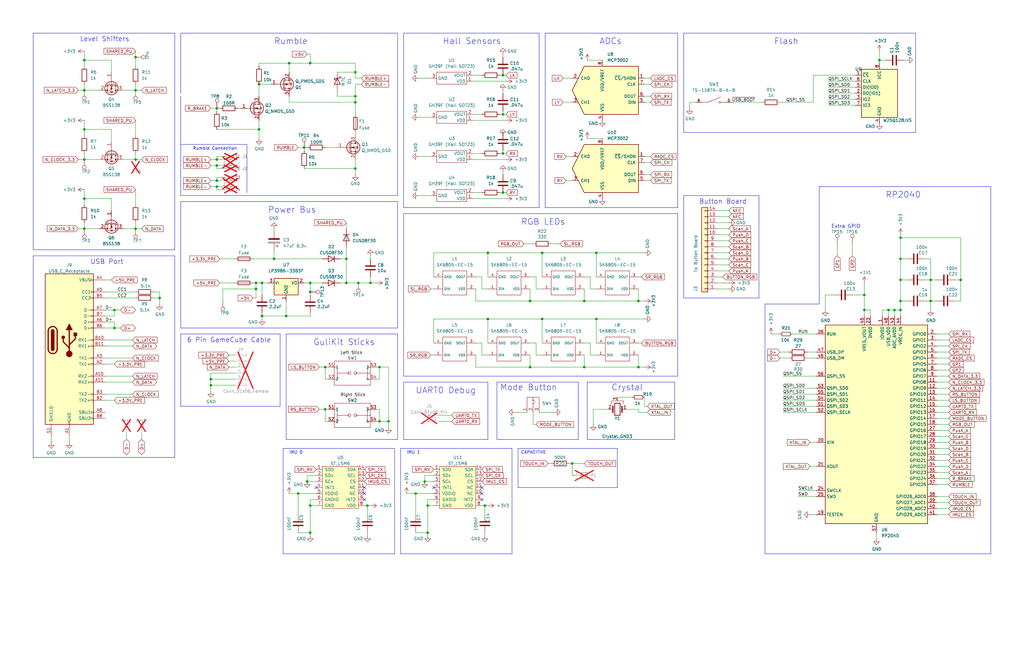
<source format=kicad_sch>
(kicad_sch (version 20230121) (generator eeschema)
  (paper "B")
  (title_block (title "ProGCC v3 Main Board") (date "2019-12-18") (rev "0.1") (company "HHL/Esca"))
  (junction (at 146.05 119.38))
  (junction (at 364.49 124.46))
  (junction (at 48.26 130.81))
  (junction (at 35.56 38.1))
  (junction (at 57.15 38.1))
  (junction (at 146.05 109.22))
  (junction (at 392.43 118.11))
  (junction (at 88.9 160.02))
  (junction (at 107.95 121.92))
  (junction (at 251.46 134.62))
  (junction (at 175.26 208.28))
  (junction (at 35.56 25.4))
  (junction (at 91.44 45.72))
  (junction (at 91.44 76.2))
  (junction (at 128.27 62.23))
  (junction (at 91.44 69.85))
  (junction (at 205.74 134.62))
  (junction (at 149.86 43.18))
  (junction (at 149.86 30.48))
  (junction (at 107.95 119.38))
  (junction (at 212.09 64.77))
  (junction (at 379.73 118.11))
  (junction (at 151.13 119.38))
  (junction (at 379.73 100.33))
  (junction (at 160.02 177.8))
  (junction (at 223.52 154.94))
  (junction (at 57.15 67.31))
  (junction (at 91.44 78.74))
  (junction (at 364.49 130.81))
  (junction (at 374.65 130.81))
  (junction (at 379.73 109.22))
  (junction (at 392.43 127))
  (junction (at 379.73 130.81))
  (junction (at 48.26 138.43))
  (junction (at 130.81 213.36))
  (junction (at 149.86 71.12))
  (junction (at 137.16 172.72))
  (junction (at 35.56 96.52))
  (junction (at 88.9 162.56))
  (junction (at 130.81 224.79))
  (junction (at 241.3 195.58))
  (junction (at 120.65 133.35))
  (junction (at 130.81 123.19))
  (junction (at 246.38 154.94))
  (junction (at 149.86 40.64))
  (junction (at 223.52 127))
  (junction (at 251.46 106.68))
  (junction (at 109.22 35.56))
  (junction (at 228.6 134.62))
  (junction (at 212.09 48.26))
  (junction (at 130.81 26.67))
  (junction (at 130.81 119.38))
  (junction (at 180.34 213.36))
  (junction (at 212.09 81.28))
  (junction (at 121.92 26.67))
  (junction (at 377.19 130.81))
  (junction (at 137.16 154.94))
  (junction (at 379.73 127))
  (junction (at 35.56 67.31))
  (junction (at 246.38 127))
  (junction (at 180.34 224.79))
  (junction (at 57.15 96.52))
  (junction (at 35.56 83.82))
  (junction (at 405.13 118.11))
  (junction (at 35.56 54.61))
  (junction (at 160.02 154.94))
  (junction (at 163.83 177.8))
  (junction (at 125.73 208.28))
  (junction (at 212.09 31.75))
  (junction (at 129.54 203.2))
  (junction (at 57.15 24.13))
  (junction (at 205.74 106.68))
  (junction (at 269.24 154.94))
  (junction (at 154.94 213.36))
  (junction (at 204.47 213.36))
  (junction (at 110.49 133.35))
  (junction (at 269.24 127))
  (junction (at 91.44 67.31))
  (junction (at 67.31 125.73))
  (junction (at 156.21 119.38))
  (junction (at 228.6 106.68))
  (junction (at 115.57 109.22))
  (junction (at 109.22 54.61))
  (junction (at 179.07 203.2))
  (junction (at 370.84 25.4))
  (junction (at 110.49 119.38))
  (no_connect (at 203.2 205.74))
  (no_connect (at 153.67 208.28))
  (no_connect (at 203.2 208.28))
  (no_connect (at 153.67 210.82))
  (no_connect (at 182.88 205.74))
  (no_connect (at 153.67 205.74))
  (no_connect (at 203.2 210.82))
  (no_connect (at 133.35 205.74))
  (wire (pts (xy 109.22 54.61) (xy 109.22 58.42)))
  (polyline (pts (xy 13.97 13.97) (xy 13.97 105.41)))
  (wire (pts (xy 321.31 43.18) (xy 308.61 43.18)))
  (wire (pts (xy 210.82 48.26) (xy 212.09 48.26)))
  (wire (pts (xy 88.9 45.72) (xy 91.44 45.72)))
  (wire (pts (xy 48.26 130.81) (xy 50.8 130.81)))
  (wire (pts (xy 125.73 208.28) (xy 133.35 208.28)))
  (wire (pts (xy 405.13 118.11) (xy 405.13 127)))
  (wire (pts (xy 394.97 184.15) (xy 400.05 184.15)))
  (wire (pts (xy 180.34 213.36) (xy 180.34 224.79)))
  (polyline (pts (xy 322.58 128.27) (xy 322.58 233.68)))
  (wire (pts (xy 269.24 173.99) (xy 273.05 173.99)))
  (wire (pts (xy 394.97 168.91) (xy 400.05 168.91)))
  (wire (pts (xy 130.81 22.86) (xy 129.54 22.86)))
  (wire (pts (xy 369.57 224.79) (xy 369.57 227.33)))
  (polyline (pts (xy 76.2 109.22) (xy 76.2 85.09)))
  (wire (pts (xy 137.16 177.8) (xy 138.43 177.8)))
  (wire (pts (xy 228.6 134.62) (xy 251.46 134.62)))
  (wire (pts (xy 29.21 184.15) (xy 29.21 186.69)))
  (wire (pts (xy 41.91 67.31) (xy 35.56 67.31)))
  (wire (pts (xy 182.88 106.68) (xy 205.74 106.68)))
  (wire (pts (xy 52.07 96.52) (xy 57.15 96.52)))
  (wire (pts (xy 182.88 116.84) (xy 182.88 106.68)))
  (wire (pts (xy 250.19 172.72) (xy 256.54 172.72)))
  (polyline (pts (xy 73.66 13.97) (xy 73.66 105.41)))
  (wire (pts (xy 46.99 54.61) (xy 35.56 54.61)))
  (wire (pts (xy 394.97 212.09) (xy 400.05 212.09)))
  (wire (pts (xy 210.82 64.77) (xy 212.09 64.77)))
  (wire (pts (xy 212.09 72.39) (xy 212.09 73.66)))
  (wire (pts (xy 228.6 106.68) (xy 228.6 116.84)))
  (wire (pts (xy 107.95 125.73) (xy 107.95 121.92)))
  (wire (pts (xy 232.41 102.87) (xy 236.22 102.87)))
  (polyline (pts (xy 229.87 13.97) (xy 285.75 13.97)))
  (wire (pts (xy 175.26 217.17) (xy 175.26 208.28)))
  (wire (pts (xy 332.74 148.59) (xy 328.93 148.59)))
  (wire (pts (xy 46.99 83.82) (xy 35.56 83.82)))
  (polyline (pts (xy 215.9 189.23) (xy 215.9 233.68)))
  (polyline (pts (xy 76.2 140.97) (xy 118.11 140.97)))
  (wire (pts (xy 330.2 168.91) (xy 344.17 168.91)))
  (wire (pts (xy 200.66 154.94) (xy 200.66 149.86)))
  (wire (pts (xy 48.26 138.43) (xy 50.8 138.43)))
  (wire (pts (xy 344.17 207.01) (xy 336.55 207.01)))
  (wire (pts (xy 44.45 118.11) (xy 46.99 118.11)))
  (wire (pts (xy 64.77 125.73) (xy 67.31 125.73)))
  (wire (pts (xy 175.26 224.79) (xy 180.34 224.79)))
  (wire (pts (xy 394.97 176.53) (xy 400.05 176.53)))
  (wire (pts (xy 180.34 210.82) (xy 182.88 210.82)))
  (wire (pts (xy 344.17 151.13) (xy 340.36 151.13)))
  (wire (pts (xy 330.2 166.37) (xy 344.17 166.37)))
  (wire (pts (xy 205.74 134.62) (xy 205.74 144.78)))
  (polyline (pts (xy 13.97 13.97) (xy 73.66 13.97)))
  (polyline (pts (xy 209.55 185.42) (xy 209.55 161.29)))
  (wire (pts (xy 142.24 40.64) (xy 142.24 38.1)))
  (wire (pts (xy 226.06 121.92) (xy 228.6 121.92)))
  (wire (pts (xy 199.39 64.77) (xy 203.2 64.77)))
  (polyline (pts (xy 73.66 107.95) (xy 73.66 193.04)))
  (polyline (pts (xy 284.48 185.42) (xy 247.65 185.42)))
  (polyline (pts (xy 229.87 13.97) (xy 229.87 87.63)))
  (polyline (pts (xy 170.18 161.29) (xy 170.18 185.42)))
  (wire (pts (xy 307.34 99.06) (xy 302.26 99.06)))
  (wire (pts (xy 44.45 166.37) (xy 55.88 166.37)))
  (wire (pts (xy 379.73 127) (xy 379.73 130.81)))
  (wire (pts (xy 344.17 158.75) (xy 330.2 158.75)))
  (wire (pts (xy 110.49 132.08) (xy 110.49 133.35)))
  (wire (pts (xy 373.38 25.4) (xy 370.84 25.4)))
  (wire (pts (xy 35.56 50.8) (xy 35.56 54.61)))
  (wire (pts (xy 212.09 64.77) (xy 213.36 64.77)))
  (wire (pts (xy 394.97 151.13) (xy 400.05 151.13)))
  (wire (pts (xy 44.45 125.73) (xy 57.15 125.73)))
  (wire (pts (xy 246.38 154.94) (xy 223.52 154.94)))
  (wire (pts (xy 199.39 34.29) (xy 213.36 34.29)))
  (wire (pts (xy 130.81 210.82) (xy 133.35 210.82)))
  (wire (pts (xy 271.78 68.58) (xy 274.32 68.58)))
  (wire (pts (xy 394.97 148.59) (xy 400.05 148.59)))
  (polyline (pts (xy 73.66 193.04) (xy 13.97 193.04)))
  (wire (pts (xy 264.16 172.72) (xy 269.24 172.72)))
  (wire (pts (xy 394.97 209.55) (xy 400.05 209.55)))
  (wire (pts (xy 35.56 21.59) (xy 35.56 25.4)))
  (wire (pts (xy 360.68 36.83) (xy 349.25 36.83)))
  (wire (pts (xy 143.51 109.22) (xy 146.05 109.22)))
  (wire (pts (xy 360.68 41.91) (xy 349.25 41.91)))
  (wire (pts (xy 394.97 166.37) (xy 400.05 166.37)))
  (wire (pts (xy 88.9 160.02) (xy 88.9 162.56)))
  (wire (pts (xy 271.78 66.04) (xy 274.32 66.04)))
  (wire (pts (xy 146.05 109.22) (xy 146.05 119.38)))
  (wire (pts (xy 203.2 213.36) (xy 204.47 213.36)))
  (wire (pts (xy 57.15 50.8) (xy 57.15 57.15)))
  (polyline (pts (xy 170.18 87.63) (xy 227.33 87.63)))
  (wire (pts (xy 137.16 154.94) (xy 138.43 154.94)))
  (wire (pts (xy 307.34 104.14) (xy 302.26 104.14)))
  (polyline (pts (xy 205.74 185.42) (xy 205.74 161.29)))
  (wire (pts (xy 307.34 106.68) (xy 302.26 106.68)))
  (wire (pts (xy 307.34 109.22) (xy 302.26 109.22)))
  (wire (pts (xy 364.49 119.38) (xy 364.49 124.46)))
  (wire (pts (xy 394.97 171.45) (xy 400.05 171.45)))
  (wire (pts (xy 35.56 67.31) (xy 35.56 64.77)))
  (polyline (pts (xy 170.18 185.42) (xy 205.74 185.42)))
  (wire (pts (xy 203.2 144.78) (xy 203.2 149.86)))
  (wire (pts (xy 44.45 158.75) (xy 55.88 158.75)))
  (polyline (pts (xy 170.18 90.17) (xy 170.18 158.75)))
  (wire (pts (xy 176.53 33.02) (xy 181.61 33.02)))
  (polyline (pts (xy 247.65 161.29) (xy 284.48 161.29)))
  (polyline (pts (xy 260.35 189.23) (xy 218.44 189.23)))
  (wire (pts (xy 389.89 118.11) (xy 392.43 118.11)))
  (wire (pts (xy 359.41 102.87) (xy 359.41 107.95)))
  (wire (pts (xy 48.26 133.35) (xy 48.26 130.81)))
  (wire (pts (xy 44.45 135.89) (xy 48.26 135.89)))
  (wire (pts (xy 57.15 67.31) (xy 57.15 64.77)))
  (wire (pts (xy 226.06 144.78) (xy 226.06 149.86)))
  (wire (pts (xy 67.31 125.73) (xy 67.31 128.27)))
  (polyline (pts (xy 288.29 13.97) (xy 386.08 13.97)))
  (wire (pts (xy 109.22 26.67) (xy 109.22 27.94)))
  (polyline (pts (xy 320.04 82.55) (xy 320.04 125.73)))
  (wire (pts (xy 133.35 200.66) (xy 129.54 200.66)))
  (wire (pts (xy 304.8 116.84) (xy 302.26 116.84)))
  (wire (pts (xy 93.98 127) (xy 93.98 121.92)))
  (wire (pts (xy 59.69 182.88) (xy 59.69 185.42)))
  (wire (pts (xy 394.97 186.69) (xy 400.05 186.69)))
  (polyline (pts (xy 345.44 78.74) (xy 345.44 128.27)))
  (wire (pts (xy 137.16 160.02) (xy 138.43 160.02)))
  (wire (pts (xy 149.86 35.56) (xy 152.4 35.56)))
  (wire (pts (xy 182.88 200.66) (xy 179.07 200.66)))
  (wire (pts (xy 48.26 135.89) (xy 48.26 138.43)))
  (wire (pts (xy 392.43 109.22) (xy 392.43 118.11)))
  (polyline (pts (xy 76.2 13.97) (xy 167.64 13.97)))
  (wire (pts (xy 91.44 66.04) (xy 93.98 66.04)))
  (wire (pts (xy 269.24 116.84) (xy 270.51 116.84)))
  (wire (pts (xy 307.34 111.76) (xy 302.26 111.76)))
  (wire (pts (xy 185.42 175.26) (xy 190.5 175.26)))
  (wire (pts (xy 271.78 171.45) (xy 273.05 171.45)))
  (wire (pts (xy 241.3 195.58) (xy 246.38 195.58)))
  (wire (pts (xy 205.74 106.68) (xy 205.74 116.84)))
  (wire (pts (xy 121.92 30.48) (xy 121.92 26.67)))
  (wire (pts (xy 394.97 189.23) (xy 400.05 189.23)))
  (wire (pts (xy 205.74 106.68) (xy 228.6 106.68)))
  (wire (pts (xy 260.35 167.64) (xy 266.7 167.64)))
  (wire (pts (xy 251.46 134.62) (xy 271.78 134.62)))
  (polyline (pts (xy 320.04 125.73) (xy 288.29 125.73)))
  (wire (pts (xy 351.79 124.46) (xy 347.98 124.46)))
  (wire (pts (xy 93.98 121.92) (xy 107.95 121.92)))
  (wire (pts (xy 130.81 213.36) (xy 133.35 213.36)))
  (wire (pts (xy 175.26 208.28) (xy 182.88 208.28)))
  (wire (pts (xy 57.15 96.52) (xy 57.15 93.98)))
  (wire (pts (xy 307.34 101.6) (xy 302.26 101.6)))
  (polyline (pts (xy 288.29 82.55) (xy 288.29 125.73)))
  (wire (pts (xy 379.73 127) (xy 382.27 127)))
  (wire (pts (xy 392.43 127) (xy 392.43 130.81)))
  (wire (pts (xy 96.52 149.86) (xy 99.06 149.86)))
  (wire (pts (xy 341.63 217.17) (xy 344.17 217.17)))
  (wire (pts (xy 405.13 100.33) (xy 405.13 118.11)))
  (wire (pts (xy 179.07 200.66) (xy 179.07 203.2)))
  (wire (pts (xy 179.07 203.2) (xy 182.88 203.2)))
  (wire (pts (xy 226.06 149.86) (xy 228.6 149.86)))
  (wire (pts (xy 394.97 158.75) (xy 400.05 158.75)))
  (wire (pts (xy 360.68 39.37) (xy 349.25 39.37)))
  (wire (pts (xy 199.39 48.26) (xy 203.2 48.26)))
  (wire (pts (xy 349.25 34.29) (xy 360.68 34.29)))
  (wire (pts (xy 181.61 149.86) (xy 182.88 149.86)))
  (wire (pts (xy 389.89 109.22) (xy 392.43 109.22)))
  (wire (pts (xy 347.98 124.46) (xy 347.98 130.81)))
  (wire (pts (xy 57.15 38.1) (xy 57.15 35.56)))
  (wire (pts (xy 247.65 58.42) (xy 254 58.42)))
  (wire (pts (xy 394.97 196.85) (xy 400.05 196.85)))
  (wire (pts (xy 121.92 26.67) (xy 130.81 26.67)))
  (polyline (pts (xy 227.33 87.63) (xy 227.33 13.97)))
  (wire (pts (xy 246.38 154.94) (xy 246.38 149.86)))
  (wire (pts (xy 344.17 173.99) (xy 330.2 173.99)))
  (wire (pts (xy 41.91 96.52) (xy 35.56 96.52)))
  (wire (pts (xy 330.2 163.83) (xy 344.17 163.83)))
  (wire (pts (xy 237.49 43.18) (xy 241.3 43.18)))
  (wire (pts (xy 120.65 127) (xy 120.65 133.35)))
  (wire (pts (xy 269.24 144.78) (xy 270.51 144.78)))
  (wire (pts (xy 44.45 133.35) (xy 48.26 133.35)))
  (wire (pts (xy 149.86 30.48) (xy 149.86 26.67)))
  (wire (pts (xy 246.38 116.84) (xy 248.92 116.84)))
  (wire (pts (xy 121.92 40.64) (xy 121.92 43.18)))
  (wire (pts (xy 405.13 100.33) (xy 379.73 100.33)))
  (polyline (pts (xy 285.75 90.17) (xy 285.75 158.75)))
  (wire (pts (xy 180.34 213.36) (xy 182.88 213.36)))
  (wire (pts (xy 181.61 121.92) (xy 182.88 121.92)))
  (polyline (pts (xy 247.65 161.29) (xy 247.65 185.42)))
  (wire (pts (xy 91.44 76.2) (xy 92.71 76.2)))
  (wire (pts (xy 238.76 66.04) (xy 241.3 66.04)))
  (wire (pts (xy 394.97 140.97) (xy 400.05 140.97)))
  (wire (pts (xy 88.9 76.2) (xy 91.44 76.2)))
  (wire (pts (xy 379.73 109.22) (xy 379.73 118.11)))
  (wire (pts (xy 374.65 130.81) (xy 377.19 130.81)))
  (polyline (pts (xy 243.84 161.29) (xy 209.55 161.29)))
  (polyline (pts (xy 73.66 105.41) (xy 13.97 105.41)))
  (wire (pts (xy 88.9 78.74) (xy 91.44 78.74)))
  (polyline (pts (xy 260.35 205.74) (xy 260.35 189.23)))
  (wire (pts (xy 307.34 91.44) (xy 302.26 91.44)))
  (wire (pts (xy 374.65 130.81) (xy 374.65 133.35)))
  (wire (pts (xy 57.15 38.1) (xy 59.69 38.1)))
  (polyline (pts (xy 120.65 185.42) (xy 120.65 140.97)))
  (wire (pts (xy 33.02 96.52) (xy 35.56 96.52)))
  (wire (pts (xy 271.78 35.56) (xy 274.32 35.56)))
  (wire (pts (xy 379.73 118.11) (xy 379.73 127)))
  (wire (pts (xy 392.43 118.11) (xy 392.43 127)))
  (wire (pts (xy 342.9 43.18) (xy 342.9 31.75)))
  (wire (pts (xy 394.97 179.07) (xy 400.05 179.07)))
  (wire (pts (xy 204.47 224.79) (xy 204.47 226.06)))
  (wire (pts (xy 370.84 25.4) (xy 370.84 26.67)))
  (wire (pts (xy 88.9 162.56) (xy 99.06 162.56)))
  (wire (pts (xy 129.54 203.2) (xy 133.35 203.2)))
  (wire (pts (xy 210.82 31.75) (xy 212.09 31.75)))
  (polyline (pts (xy 386.08 55.88) (xy 288.29 55.88)))
  (wire (pts (xy 290.83 43.18) (xy 290.83 45.72)))
  (wire (pts (xy 149.86 30.48) (xy 149.86 33.02)))
  (wire (pts (xy 212.09 31.75) (xy 213.36 31.75)))
  (wire (pts (xy 156.21 109.22) (xy 156.21 107.95)))
  (wire (pts (xy 91.44 66.04) (xy 91.44 67.31)))
  (wire (pts (xy 271.78 40.64) (xy 274.32 40.64)))
  (wire (pts (xy 379.73 99.06) (xy 379.73 100.33)))
  (wire (pts (xy 394.97 181.61) (xy 400.05 181.61)))
  (polyline (pts (xy 76.2 60.96) (xy 104.14 60.96)))
  (wire (pts (xy 237.49 33.02) (xy 241.3 33.02)))
  (wire (pts (xy 394.97 214.63) (xy 400.05 214.63)))
  (wire (pts (xy 344.17 209.55) (xy 336.55 209.55)))
  (polyline (pts (xy 119.38 189.23) (xy 119.38 233.68)))
  (wire (pts (xy 248.92 149.86) (xy 251.46 149.86)))
  (wire (pts (xy 341.63 186.69) (xy 344.17 186.69)))
  (wire (pts (xy 203.2 121.92) (xy 205.74 121.92)))
  (wire (pts (xy 160.02 172.72) (xy 160.02 177.8)))
  (wire (pts (xy 176.53 66.04) (xy 181.61 66.04)))
  (wire (pts (xy 364.49 130.81) (xy 364.49 133.35)))
  (wire (pts (xy 223.52 127) (xy 200.66 127)))
  (wire (pts (xy 223.52 154.94) (xy 200.66 154.94)))
  (wire (pts (xy 212.09 39.37) (xy 212.09 38.1)))
  (polyline (pts (xy 120.65 140.97) (xy 167.64 140.97)))
  (polyline (pts (xy 168.91 189.23) (xy 168.91 233.68)))
  (wire (pts (xy 121.92 26.67) (xy 109.22 26.67)))
  (wire (pts (xy 203.2 116.84) (xy 203.2 121.92)))
  (wire (pts (xy 269.24 172.72) (xy 269.24 173.99)))
  (wire (pts (xy 142.24 30.48) (xy 149.86 30.48)))
  (wire (pts (xy 344.17 148.59) (xy 340.36 148.59)))
  (wire (pts (xy 405.13 127) (xy 402.59 127)))
  (wire (pts (xy 33.02 38.1) (xy 35.56 38.1)))
  (wire (pts (xy 44.45 153.67) (xy 48.26 153.67)))
  (wire (pts (xy 92.71 109.22) (xy 99.06 109.22)))
  (wire (pts (xy 302.26 119.38) (xy 307.34 119.38)))
  (wire (pts (xy 182.88 134.62) (xy 205.74 134.62)))
  (wire (pts (xy 394.97 217.17) (xy 400.05 217.17)))
  (wire (pts (xy 156.21 116.84) (xy 156.21 119.38)))
  (wire (pts (xy 88.9 157.48) (xy 88.9 160.02)))
  (wire (pts (xy 210.82 81.28) (xy 212.09 81.28)))
  (wire (pts (xy 57.15 24.13) (xy 57.15 27.94)))
  (wire (pts (xy 247.65 25.4) (xy 254 25.4)))
  (wire (pts (xy 106.68 125.73) (xy 107.95 125.73)))
  (wire (pts (xy 44.45 130.81) (xy 48.26 130.81)))
  (wire (pts (xy 92.71 119.38) (xy 99.06 119.38)))
  (wire (pts (xy 302.26 121.92) (xy 307.34 121.92)))
  (wire (pts (xy 100.33 45.72) (xy 101.6 45.72)))
  (wire (pts (xy 115.57 109.22) (xy 135.89 109.22)))
  (wire (pts (xy 130.81 132.08) (xy 130.81 133.35)))
  (wire (pts (xy 115.57 96.52) (xy 115.57 97.79)))
  (wire (pts (xy 44.45 161.29) (xy 55.88 161.29)))
  (wire (pts (xy 402.59 118.11) (xy 405.13 118.11)))
  (wire (pts (xy 353.06 102.87) (xy 353.06 107.95)))
  (wire (pts (xy 44.45 168.91) (xy 48.26 168.91)))
  (wire (pts (xy 130.81 210.82) (xy 130.81 213.36)))
  (wire (pts (xy 226.06 179.07) (xy 224.79 179.07)))
  (wire (pts (xy 185.42 177.8) (xy 190.5 177.8)))
  (wire (pts (xy 227.33 173.99) (xy 233.68 173.99)))
  (wire (pts (xy 226.06 116.84) (xy 226.06 121.92)))
  (wire (pts (xy 372.11 130.81) (xy 374.65 130.81)))
  (wire (pts (xy 146.05 119.38) (xy 151.13 119.38)))
  (wire (pts (xy 57.15 21.59) (xy 57.15 24.13)))
  (polyline (pts (xy 386.08 13.97) (xy 386.08 55.88)))
  (wire (pts (xy 200.66 144.78) (xy 203.2 144.78)))
  (wire (pts (xy 67.31 123.19) (xy 67.31 125.73)))
  (wire (pts (xy 328.93 43.18) (xy 342.9 43.18)))
  (wire (pts (xy 163.83 154.94) (xy 163.83 177.8)))
  (wire (pts (xy 158.75 172.72) (xy 160.02 172.72)))
  (wire (pts (xy 91.44 80.01) (xy 91.44 78.74)))
  (polyline (pts (xy 170.18 13.97) (xy 170.18 87.63)))
  (wire (pts (xy 91.44 45.72) (xy 92.71 45.72)))
  (wire (pts (xy 238.76 76.2) (xy 241.3 76.2)))
  (wire (pts (xy 115.57 105.41) (xy 115.57 109.22)))
  (wire (pts (xy 99.06 157.48) (xy 88.9 157.48)))
  (wire (pts (xy 88.9 160.02) (xy 99.06 160.02)))
  (wire (pts (xy 137.16 154.94) (xy 137.16 160.02)))
  (wire (pts (xy 240.03 195.58) (xy 241.3 195.58)))
  (wire (pts (xy 223.52 116.84) (xy 226.06 116.84)))
  (wire (pts (xy 220.98 102.87) (xy 224.79 102.87)))
  (wire (pts (xy 223.52 144.78) (xy 226.06 144.78)))
  (wire (pts (xy 241.3 200.66) (xy 242.57 200.66)))
  (wire (pts (xy 149.86 43.18) (xy 149.86 48.26)))
  (wire (pts (xy 246.38 127) (xy 246.38 121.92)))
  (wire (pts (xy 246.38 127) (xy 223.52 127)))
  (wire (pts (xy 149.86 71.12) (xy 149.86 73.66)))
  (wire (pts (xy 394.97 163.83) (xy 400.05 163.83)))
  (polyline (pts (xy 209.55 185.42) (xy 243.84 185.42)))
  (wire (pts (xy 134.62 172.72) (xy 137.16 172.72)))
  (polyline (pts (xy 322.58 128.27) (xy 345.44 128.27)))
  (wire (pts (xy 91.44 71.12) (xy 91.44 69.85)))
  (polyline (pts (xy 76.2 140.97) (xy 76.2 171.45)))
  (polyline (pts (xy 120.65 185.42) (xy 167.64 185.42)))
  (polyline (pts (xy 13.97 107.95) (xy 73.66 107.95)))
  (wire (pts (xy 307.34 114.3) (xy 302.26 114.3)))
  (wire (pts (xy 35.56 38.1) (xy 35.56 35.56)))
  (wire (pts (xy 394.97 153.67) (xy 400.05 153.67)))
  (polyline (pts (xy 285.75 158.75) (xy 170.18 158.75)))
  (wire (pts (xy 200.66 127) (xy 200.66 121.92)))
  (polyline (pts (xy 118.11 171.45) (xy 76.2 171.45)))
  (wire (pts (xy 204.47 213.36) (xy 205.74 213.36)))
  (wire (pts (xy 379.73 130.81) (xy 379.73 133.35)))
  (wire (pts (xy 199.39 83.82) (xy 213.36 83.82)))
  (wire (pts (xy 130.81 133.35) (xy 120.65 133.35)))
  (wire (pts (xy 199.39 67.31) (xy 213.36 67.31)))
  (wire (pts (xy 64.77 123.19) (xy 67.31 123.19)))
  (wire (pts (xy 248.92 116.84) (xy 248.92 121.92)))
  (wire (pts (xy 394.97 194.31) (xy 400.05 194.31)))
  (wire (pts (xy 154.94 213.36) (xy 156.21 213.36)))
  (wire (pts (xy 109.22 35.56) (xy 114.3 35.56)))
  (wire (pts (xy 246.38 144.78) (xy 248.92 144.78)))
  (wire (pts (xy 212.09 22.86) (xy 212.09 24.13)))
  (wire (pts (xy 377.19 130.81) (xy 379.73 130.81)))
  (wire (pts (xy 212.09 48.26) (xy 213.36 48.26)))
  (polyline (pts (xy 243.84 185.42) (xy 243.84 161.29)))
  (wire (pts (xy 109.22 50.8) (xy 109.22 54.61)))
  (wire (pts (xy 137.16 172.72) (xy 137.16 177.8)))
  (polyline (pts (xy 119.38 189.23) (xy 166.37 189.23)))
  (wire (pts (xy 35.56 80.01) (xy 35.56 83.82)))
  (wire (pts (xy 307.34 96.52) (xy 302.26 96.52)))
  (wire (pts (xy 107.95 121.92) (xy 107.95 119.38)))
  (wire (pts (xy 106.68 119.38) (xy 107.95 119.38)))
  (wire (pts (xy 121.92 208.28) (xy 125.73 208.28)))
  (wire (pts (xy 224.79 173.99) (xy 224.79 179.07)))
  (wire (pts (xy 271.78 154.94) (xy 269.24 154.94)))
  (wire (pts (xy 151.13 119.38) (xy 156.21 119.38)))
  (wire (pts (xy 223.52 154.94) (xy 223.52 149.86)))
  (wire (pts (xy 171.45 208.28) (xy 175.26 208.28)))
  (wire (pts (xy 212.09 46.99) (xy 212.09 48.26)))
  (wire (pts (xy 149.86 40.64) (xy 142.24 40.64)))
  (wire (pts (xy 382.27 109.22) (xy 379.73 109.22)))
  (wire (pts (xy 392.43 127) (xy 389.89 127)))
  (wire (pts (xy 149.86 55.88) (xy 149.86 57.15)))
  (wire (pts (xy 91.44 80.01) (xy 93.98 80.01)))
  (wire (pts (xy 394.97 204.47) (xy 400.05 204.47)))
  (wire (pts (xy 160.02 177.8) (xy 158.75 177.8)))
  (wire (pts (xy 57.15 80.01) (xy 57.15 86.36)))
  (wire (pts (xy 46.99 88.9) (xy 46.99 83.82)))
  (wire (pts (xy 149.86 67.31) (xy 149.86 71.12)))
  (wire (pts (xy 269.24 154.94) (xy 246.38 154.94)))
  (wire (pts (xy 394.97 146.05) (xy 400.05 146.05)))
  (wire (pts (xy 130.81 213.36) (xy 130.81 224.79)))
  (wire (pts (xy 394.97 201.93) (xy 400.05 201.93)))
  (polyline (pts (xy 167.64 138.43) (xy 76.2 138.43)))
  (wire (pts (xy 153.67 213.36) (xy 154.94 213.36)))
  (wire (pts (xy 228.6 106.68) (xy 251.46 106.68)))
  (wire (pts (xy 370.84 21.59) (xy 370.84 25.4)))
  (polyline (pts (xy 218.44 205.74) (xy 260.35 205.74)))
  (wire (pts (xy 46.99 59.69) (xy 46.99 54.61)))
  (wire (pts (xy 52.07 38.1) (xy 57.15 38.1)))
  (wire (pts (xy 271.78 73.66) (xy 274.32 73.66)))
  (polyline (pts (xy 118.11 140.97) (xy 118.11 171.45)))
  (polyline (pts (xy 417.83 78.74) (xy 345.44 78.74)))
  (wire (pts (xy 128.27 62.23) (xy 128.27 63.5)))
  (wire (pts (xy 125.73 224.79) (xy 130.81 224.79)))
  (wire (pts (xy 160.02 154.94) (xy 163.83 154.94)))
  (wire (pts (xy 163.83 177.8) (xy 163.83 180.34)))
  (polyline (pts (xy 288.29 82.55) (xy 320.04 82.55)))
  (wire (pts (xy 91.44 54.61) (xy 109.22 54.61)))
  (wire (pts (xy 91.44 71.12) (xy 93.98 71.12)))
  (wire (pts (xy 130.81 119.38) (xy 130.81 123.19)))
  (wire (pts (xy 293.37 43.18) (xy 290.83 43.18)))
  (wire (pts (xy 134.62 154.94) (xy 137.16 154.94)))
  (wire (pts (xy 248.92 121.92) (xy 251.46 121.92)))
  (wire (pts (xy 364.49 124.46) (xy 364.49 130.81)))
  (wire (pts (xy 394.97 199.39) (xy 400.05 199.39)))
  (wire (pts (xy 176.53 49.53) (xy 181.61 49.53)))
  (wire (pts (xy 307.34 88.9) (xy 302.26 88.9)))
  (polyline (pts (xy 227.33 13.97) (xy 170.18 13.97)))
  (wire (pts (xy 91.44 74.93) (xy 91.44 76.2)))
  (wire (pts (xy 364.49 130.81) (xy 367.03 130.81)))
  (wire (pts (xy 342.9 31.75) (xy 360.68 31.75)))
  (wire (pts (xy 269.24 154.94) (xy 269.24 149.86)))
  (wire (pts (xy 154.94 213.36) (xy 154.94 217.17)))
  (wire (pts (xy 128.27 62.23) (xy 129.54 62.23)))
  (polyline (pts (xy 76.2 109.22) (xy 76.2 138.43)))
  (wire (pts (xy 146.05 93.98) (xy 146.05 96.52)))
  (polyline (pts (xy 205.74 161.29) (xy 170.18 161.29)))
  (polyline (pts (xy 218.44 189.23) (xy 218.44 205.74)))
  (wire (pts (xy 21.59 184.15) (xy 21.59 186.69)))
  (wire (pts (xy 44.45 123.19) (xy 57.15 123.19)))
  (polyline (pts (xy 285.75 87.63) (xy 229.87 87.63)))
  (wire (pts (xy 35.56 96.52) (xy 35.56 93.98)))
  (wire (pts (xy 200.66 116.84) (xy 203.2 116.84)))
  (wire (pts (xy 130.81 123.19) (xy 130.81 124.46)))
  (wire (pts (xy 332.74 151.13) (xy 328.93 151.13)))
  (wire (pts (xy 325.12 140.97) (xy 328.93 140.97)))
  (wire (pts (xy 137.16 172.72) (xy 138.43 172.72)))
  (wire (pts (xy 44.45 146.05) (xy 55.88 146.05)))
  (wire (pts (xy 223.52 127) (xy 223.52 121.92)))
  (wire (pts (xy 149.86 40.64) (xy 149.86 43.18)))
  (polyline (pts (xy 168.91 189.23) (xy 215.9 189.23)))
  (wire (pts (xy 120.65 133.35) (xy 110.49 133.35)))
  (wire (pts (xy 44.45 151.13) (xy 55.88 151.13)))
  (wire (pts (xy 130.81 22.86) (xy 130.81 26.67)))
  (wire (pts (xy 241.3 195.58) (xy 241.3 200.66)))
  (wire (pts (xy 271.78 76.2) (xy 274.32 76.2)))
  (wire (pts (xy 88.9 162.56) (xy 88.9 165.1)))
  (polyline (pts (xy 76.2 39.37) (xy 76.2 13.97)))
  (wire (pts (xy 53.34 182.88) (xy 53.34 185.42)))
  (wire (pts (xy 128.27 71.12) (xy 149.86 71.12)))
  (polyline (pts (xy 322.58 233.68) (xy 417.83 233.68)))
  (wire (pts (xy 91.44 74.93) (xy 93.98 74.93)))
  (wire (pts (xy 372.11 133.35) (xy 372.11 130.81)))
  (wire (pts (xy 251.46 134.62) (xy 251.46 144.78)))
  (wire (pts (xy 146.05 119.38) (xy 143.51 119.38)))
  (wire (pts (xy 392.43 118.11) (xy 394.97 118.11)))
  (wire (pts (xy 269.24 127) (xy 246.38 127)))
  (wire (pts (xy 110.49 134.62) (xy 110.49 133.35)))
  (wire (pts (xy 271.78 33.02) (xy 274.32 33.02)))
  (wire (pts (xy 137.16 62.23) (xy 142.24 62.23)))
  (wire (pts (xy 271.78 43.18) (xy 274.32 43.18)))
  (wire (pts (xy 199.39 81.28) (xy 203.2 81.28)))
  (wire (pts (xy 212.09 63.5) (xy 212.09 64.77)))
  (wire (pts (xy 307.34 93.98) (xy 302.26 93.98)))
  (wire (pts (xy 130.81 226.06) (xy 130.81 224.79)))
  (wire (pts (xy 158.75 154.94) (xy 160.02 154.94)))
  (wire (pts (xy 394.97 161.29) (xy 400.05 161.29)))
  (polyline (pts (xy 166.37 233.68) (xy 119.38 233.68)))
  (wire (pts (xy 156.21 119.38) (xy 158.75 119.38)))
  (wire (pts (xy 160.02 177.8) (xy 163.83 177.8)))
  (wire (pts (xy 392.43 127) (xy 394.97 127)))
  (wire (pts (xy 57.15 67.31) (xy 59.69 67.31)))
  (wire (pts (xy 271.78 127) (xy 269.24 127)))
  (polyline (pts (xy 215.9 233.68) (xy 168.91 233.68)))
  (wire (pts (xy 199.39 50.8) (xy 213.36 50.8)))
  (wire (pts (xy 110.49 119.38) (xy 110.49 124.46)))
  (wire (pts (xy 377.19 130.81) (xy 377.19 133.35)))
  (wire (pts (xy 360.68 44.45) (xy 349.25 44.45)))
  (wire (pts (xy 96.52 154.94) (xy 99.06 154.94)))
  (wire (pts (xy 52.07 67.31) (xy 57.15 67.31)))
  (polyline (pts (xy 167.64 85.09) (xy 167.64 138.43)))
  (wire (pts (xy 35.56 83.82) (xy 35.56 86.36)))
  (polyline (pts (xy 13.97 107.95) (xy 13.97 193.04)))
  (wire (pts (xy 149.86 43.18) (xy 121.92 43.18)))
  (wire (pts (xy 88.9 69.85) (xy 91.44 69.85)))
  (wire (pts (xy 271.78 167.64) (xy 271.78 171.45)))
  (wire (pts (xy 217.17 173.99) (xy 222.25 173.99)))
  (wire (pts (xy 248.92 144.78) (xy 248.92 149.86)))
  (wire (pts (xy 91.44 78.74) (xy 92.71 78.74)))
  (wire (pts (xy 99.06 152.4) (xy 96.52 152.4)))
  (wire (pts (xy 106.68 109.22) (xy 115.57 109.22)))
  (wire (pts (xy 250.19 172.72) (xy 250.19 179.07)))
  (wire (pts (xy 44.45 143.51) (xy 55.88 143.51)))
  (wire (pts (xy 46.99 30.48) (xy 46.99 25.4)))
  (wire (pts (xy 203.2 149.86) (xy 205.74 149.86)))
  (wire (pts (xy 91.44 69.85) (xy 92.71 69.85)))
  (wire (pts (xy 149.86 26.67) (xy 130.81 26.67)))
  (polyline (pts (xy 167.64 82.55) (xy 76.2 82.55)))
  (wire (pts (xy 381 25.4) (xy 382.27 25.4)))
  (wire (pts (xy 251.46 106.68) (xy 251.46 116.84)))
  (wire (pts (xy 107.95 119.38) (xy 110.49 119.38)))
  (wire (pts (xy 160.02 154.94) (xy 160.02 160.02)))
  (polyline (pts (xy 167.64 140.97) (xy 167.64 185.42)))
  (wire (pts (xy 182.88 144.78) (xy 182.88 134.62)))
  (polyline (pts (xy 285.75 13.97) (xy 285.75 87.63)))
  (wire (pts (xy 149.86 33.02) (xy 152.4 33.02)))
  (wire (pts (xy 110.49 119.38) (xy 113.03 119.38)))
  (wire (pts (xy 35.56 54.61) (xy 35.56 57.15)))
  (wire (pts (xy 367.03 130.81) (xy 367.03 133.35)))
  (wire (pts (xy 88.9 67.31) (xy 91.44 67.31)))
  (wire (pts (xy 57.15 96.52) (xy 59.69 96.52)))
  (wire (pts (xy 33.02 67.31) (xy 35.56 67.31)))
  (wire (pts (xy 109.22 35.56) (xy 109.22 40.64)))
  (polyline (pts (xy 76.2 40.64) (xy 76.2 82.55)))
  (wire (pts (xy 394.97 143.51) (xy 400.05 143.51)))
  (wire (pts (xy 125.73 62.23) (xy 128.27 62.23)))
  (wire (pts (xy 146.05 104.14) (xy 146.05 109.22)))
  (polyline (pts (xy 288.29 13.97) (xy 288.29 55.88)))
  (wire (pts (xy 359.41 124.46) (xy 364.49 124.46)))
  (wire (pts (xy 334.01 140.97) (xy 344.17 140.97)))
  (wire (pts (xy 394.97 191.77) (xy 400.05 191.77)))
  (wire (pts (xy 379.73 100.33) (xy 379.73 109.22)))
  (wire (pts (xy 379.73 118.11) (xy 382.27 118.11)))
  (wire (pts (xy 176.53 82.55) (xy 181.61 82.55)))
  (wire (pts (xy 44.45 138.43) (xy 48.26 138.43)))
  (wire (pts (xy 212.09 55.88) (xy 212.09 57.15)))
  (wire (pts (xy 135.89 119.38) (xy 130.81 119.38)))
  (polyline (pts (xy 170.18 90.17) (xy 285.75 90.17)))
  (wire (pts (xy 129.54 200.66) (xy 129.54 203.2)))
  (polyline (pts (xy 284.48 161.29) (xy 284.48 185.42)))
  (wire (pts (xy 41.91 38.1) (xy 35.56 38.1)))
  (wire (pts (xy 204.47 213.36) (xy 204.47 217.17)))
  (wire (pts (xy 35.56 25.4) (xy 35.56 27.94)))
  (wire (pts (xy 228.6 134.62) (xy 228.6 144.78)))
  (wire (pts (xy 344.17 196.85) (xy 341.63 196.85)))
  (wire (pts (xy 269.24 127) (xy 269.24 121.92)))
  (wire (pts (xy 205.74 134.62) (xy 228.6 134.62)))
  (wire (pts (xy 330.2 171.45) (xy 344.17 171.45)))
  (wire (pts (xy 212.09 81.28) (xy 213.36 81.28)))
  (wire (pts (xy 149.86 40.64) (xy 149.86 35.56)))
  (wire (pts (xy 251.46 106.68) (xy 271.78 106.68)))
  (polyline (pts (xy 76.2 85.09) (xy 167.64 85.09)))
  (wire (pts (xy 125.73 217.17) (xy 125.73 208.28)))
  (polyline (pts (xy 167.64 13.97) (xy 167.64 82.55)))
  (wire (pts (xy 180.34 226.06) (xy 180.34 224.79)))
  (wire (pts (xy 231.14 195.58) (xy 232.41 195.58)))
  (wire (pts (xy 180.34 210.82) (xy 180.34 213.36)))
  (wire (pts (xy 91.44 67.31) (xy 92.71 67.31)))
  (wire (pts (xy 91.44 45.72) (xy 91.44 46.99)))
  (polyline (pts (xy 104.14 60.96) (xy 104.14 81.28)))
  (polyline (pts (xy 417.83 233.68) (xy 417.83 78.74)))
  (wire (pts (xy 130.81 119.38) (xy 128.27 119.38)))
  (wire (pts (xy 394.97 156.21) (xy 400.05 156.21)))
  (wire (pts (xy 46.99 25.4) (xy 35.56 25.4)))
  (wire (pts (xy 199.39 31.75) (xy 203.2 31.75)))
  (wire (pts (xy 154.94 224.79) (xy 154.94 226.06)))
  (wire (pts (xy 160.02 160.02) (xy 158.75 160.02)))
  (wire (pts (xy 394.97 173.99) (xy 400.05 173.99)))
  (polyline (pts (xy 166.37 189.23) (xy 166.37 233.68)))
  (text "Flash" (at 326.39 19.05 0) (effects (font (size 2.54 2.54)) (justify left bottom)))
  (text "Crystal" (at 257.81 165.1 0) (effects (font (size 2.54 2.54)) (justify left bottom)))
  (text "IMU 1" (at 171.45 191.77 0) (effects (font (size 1.27 1.27)) (justify left bottom)))
  (text "Button Board" (at 314.96 86.36 0) (effects (font (size 2.0066 2.0066)) (justify right bottom)))
  (text "CAPACITIVE" (at 219.71 191.77 0) (effects (font (size 1.27 1.27)) (justify left bottom)))
  (text "Extra GPIO" (at 350.52 96.52 0) (effects (font (size 1.5 1.5)) (justify left bottom)))
  (text "Rumble Connection" (at 81.28 63.5 0) (effects (font (size 1.27 1.27)) (justify left bottom)))
  (text "IMU 0" (at 121.92 191.77 0) (effects (font (size 1.27 1.27)) (justify left bottom)))
  (text "RGB LEDs" (at 219.71 95.25 0) (effects (font (size 2.54 2.54)) (justify left bottom)))
  (text "RP2040" (at 373.38 83.82 0) (effects (font (size 2.54 2.54)) (justify left bottom)))
  (text "UART0 Debug\n" (at 175.26 166.37 0) (effects (font (size 2.54 2.54)) (justify left bottom)))
  (text "GuliKit Sticks" (at 132.08 146.05 0) (effects (font (size 2.54 2.54)) (justify left bottom)))
  (text "Hall Sensors" (at 186.69 19.05 0) (effects (font (size 2.54 2.54)) (justify left bottom)))
  (text "Mode Button\n" (at 210.82 165.1 0) (effects (font (size 2.54 2.54)) (justify left bottom)))
  (text "Power Bus" (at 113.03 90.17 0) (effects (font (size 2.54 2.54)) (justify left bottom)))
  (text "ADCs" (at 252.73 19.05 0) (effects (font (size 2.54 2.54)) (justify left bottom)))
  (text "Level Shifters\n" (at 54.61 17.78 0) (effects (font (size 2.0066 2.0066)) (justify right bottom)))
  (text "Rumble" (at 115.57 19.05 0) (effects (font (size 2.54 2.54)) (justify left bottom)))
  (text "USB Port" (at 38.1 111.76 0) (effects (font (size 2.0066 2.0066)) (justify left bottom)))
  (text "6 Pin GameCube Cable\n" (at 114.3 144.78 0) (effects (font (size 2.0066 2.0066)) (justify right bottom)))
  (label "CC2" (at 49.53 125.73 0))
  (label "QSPI_SD1" (at 349.25 39.37 0))
  (label "QSPI_SD1" (at 330.2 166.37 0))
  (label "SWD" (at 336.55 209.55 0))
  (label "QSPI_SD0" (at 330.2 163.83 0))
  (label "QSPI_SD3" (at 330.2 171.45 0))
  (label "QSPI_SCLK" (at 349.25 34.29 0))
  (label "D+" (at 44.45 135.89 0))
  (label "QSPI_SCLK" (at 330.2 173.99 0))
  (label "CC1" (at 49.53 123.19 0))
  (label "Right Stick" (at 143.51 167.64 0))
  (label "RUN" (at 336.55 140.97 0))
  (label "QSPI_SD0" (at 349.25 36.83 0))
  (label "~{USB_BOOT}" (at 308.61 43.18 0))
  (label "SWCLK" (at 336.55 207.01 0))
  (label "QSPI_SS" (at 331.47 43.18 0))
  (label "QSPI_SS" (at 330.2 158.75 0))
  (label "QSPI_SD2" (at 330.2 168.91 0))
  (label "QSPI_SD3" (at 349.25 44.45 0))
  (label "D-" (at 44.45 130.81 0))
  (label "QSPI_SD2" (at 349.25 41.91 0))
  (label "Left Stick" (at 143.51 149.86 0))
  (global_label "RY" (shape input) (at 213.36 81.28 0) (property "Intersheetrefs" "${INTERSHEET_REFS}" (effects hide)))
  (global_label "GP2" (shape input) (at 359.41 107.95 270) (property "Intersheetrefs" "${INTERSHEET_REFS}" (effects hide)))
  (global_label "Push_A" (shape input) (at 307.34 114.3 0) (property "Intersheetrefs" "${INTERSHEET_REFS}" (effects hide)))
  (global_label "XTAL_IN" (shape input) (at 341.63 186.69 180) (property "Intersheetrefs" "${INTERSHEET_REFS}" (effects hide)))
  (global_label "SHARED_PU" (shape input) (at 57.15 21.59 180) (property "Intersheetrefs" "${INTERSHEET_REFS}" (effects hide)))
  (global_label "SL_RGB" (shape input) (at 236.22 102.87 0) (property "Intersheetrefs" "${INTERSHEET_REFS}" (effects hide)))
  (global_label "LY" (shape input) (at 213.36 48.26 0) (property "Intersheetrefs" "${INTERSHEET_REFS}" (effects hide)))
  (global_label "SPI_CK" (shape input) (at 203.2 200.66 0) (property "Intersheetrefs" "${INTERSHEET_REFS}" (effects hide)))
  (global_label "RGB_OUT" (shape input) (at 400.05 179.07 0) (property "Intersheetrefs" "${INTERSHEET_REFS}" (effects hide)))
  (global_label "SPI_CK" (shape input) (at 153.67 200.66 0) (property "Intersheetrefs" "${INTERSHEET_REFS}" (effects hide)))
  (global_label "Push_A" (shape input) (at 400.05 181.61 0) (property "Intersheetrefs" "${INTERSHEET_REFS}" (effects hide)))
  (global_label "BUTTON_RGB" (shape input) (at 304.8 116.84 0) (property "Intersheetrefs" "${INTERSHEET_REFS}" (effects hide)))
  (global_label "+3.3V_PRE" (shape input) (at 48.26 168.91 0) (property "Intersheetrefs" "${INTERSHEET_REFS}" (effects hide)))
  (global_label "RUMBLE+" (shape input) (at 152.4 33.02 0) (property "Intersheetrefs" "${INTERSHEET_REFS}" (effects hide)))
  (global_label "SHARED_PU" (shape input) (at 146.05 93.98 180) (property "Intersheetrefs" "${INTERSHEET_REFS}" (effects hide)))
  (global_label "+5V" (shape input) (at 106.68 125.73 180) (property "Intersheetrefs" "${INTERSHEET_REFS}" (effects hide)))
  (global_label "RADC_CS" (shape input) (at 400.05 151.13 0) (property "Intersheetrefs" "${INTERSHEET_REFS}" (effects hide)))
  (global_label "SPI_RX" (shape input) (at 400.05 140.97 0) (property "Intersheetrefs" "${INTERSHEET_REFS}" (effects hide)))
  (global_label "SL_RGB" (shape input) (at 181.61 121.92 180) (property "Intersheetrefs" "${INTERSHEET_REFS}" (effects hide)))
  (global_label "Scan_C" (shape input) (at 400.05 184.15 0) (property "Intersheetrefs" "${INTERSHEET_REFS}" (effects hide)))
  (global_label "TOUCH_IN" (shape input) (at 400.05 209.55 0) (property "Intersheetrefs" "${INTERSHEET_REFS}" (effects hide)))
  (global_label "D-" (shape bidirectional) (at 50.8 130.81 0) (property "Intersheetrefs" "${INTERSHEET_REFS}" (effects hide)))
  (global_label "+5V_PRE" (shape input) (at 92.71 119.38 180) (property "Intersheetrefs" "${INTERSHEET_REFS}" (effects hide)))
  (global_label "RUMBLE-" (shape input) (at 88.9 78.74 180) (property "Intersheetrefs" "${INTERSHEET_REFS}" (effects hide)))
  (global_label "SPI_RX" (shape input) (at 182.88 198.12 180) (property "Intersheetrefs" "${INTERSHEET_REFS}" (effects hide)))
  (global_label "N_DATA_3.3" (shape input) (at 33.02 96.52 180) (property "Intersheetrefs" "${INTERSHEET_REFS}" (effects hide)))
  (global_label "N_DATA" (shape input) (at 59.69 96.52 0) (property "Intersheetrefs" "${INTERSHEET_REFS}" (effects hide)))
  (global_label "R_BRAKE" (shape input) (at 400.05 201.93 0) (property "Intersheetrefs" "${INTERSHEET_REFS}" (effects hide)))
  (global_label "RS_BUTTON" (shape input) (at 400.05 166.37 0) (property "Intersheetrefs" "${INTERSHEET_REFS}" (effects hide)))
  (global_label "SPI_RX" (shape input) (at 133.35 198.12 180) (property "Intersheetrefs" "${INTERSHEET_REFS}" (effects hide)))
  (global_label "LADC_CS" (shape input) (at 400.05 143.51 0) (property "Intersheetrefs" "${INTERSHEET_REFS}" (effects hide)))
  (global_label "Push_D" (shape input) (at 400.05 196.85 0) (property "Intersheetrefs" "${INTERSHEET_REFS}" (effects hide)))
  (global_label "MODE_BUTTON" (shape input) (at 400.05 176.53 0) (property "Intersheetrefs" "${INTERSHEET_REFS}" (effects hide)))
  (global_label "UART0_TX" (shape input) (at 190.5 175.26 0) (property "Intersheetrefs" "${INTERSHEET_REFS}" (effects hide)))
  (global_label "UART0_TX" (shape input) (at 400.05 171.45 0) (property "Intersheetrefs" "${INTERSHEET_REFS}" (effects hide)))
  (global_label "Scan_A" (shape input) (at 307.34 96.52 0) (property "Intersheetrefs" "${INTERSHEET_REFS}" (effects hide)))
  (global_label "N_LATCH" (shape input) (at 59.69 38.1 0) (property "Intersheetrefs" "${INTERSHEET_REFS}" (effects hide)))
  (global_label "RY" (shape input) (at 238.76 76.2 180) (property "Intersheetrefs" "${INTERSHEET_REFS}" (effects hide)))
  (global_label "LX" (shape input) (at 237.49 33.02 180) (property "Intersheetrefs" "${INTERSHEET_REFS}" (effects hide)))
  (global_label "N_LATCH" (shape input) (at 55.88 143.51 0) (property "Intersheetrefs" "${INTERSHEET_REFS}" (effects hide)))
  (global_label "N_CLOCK" (shape input) (at 55.88 151.13 0) (property "Intersheetrefs" "${INTERSHEET_REFS}" (effects hide)))
  (global_label "Scan_C" (shape input) (at 307.34 111.76 0) (property "Intersheetrefs" "${INTERSHEET_REFS}" (effects hide)))
  (global_label "D+" (shape bidirectional) (at 59.69 185.42 270) (property "Intersheetrefs" "${INTERSHEET_REFS}" (effects hide)))
  (global_label "GP1" (shape input) (at 400.05 153.67 0) (property "Intersheetrefs" "${INTERSHEET_REFS}" (effects hide)))
  (global_label "IMU0_CS" (shape input) (at 153.67 203.2 0) (property "Intersheetrefs" "${INTERSHEET_REFS}" (effects hide)))
  (global_label "RUMBLE-" (shape input) (at 152.4 35.56 0) (property "Intersheetrefs" "${INTERSHEET_REFS}" (effects hide)))
  (global_label "SHARED_PU" (shape input) (at 57.15 50.8 180) (property "Intersheetrefs" "${INTERSHEET_REFS}" (effects hide)))
  (global_label "Scan_B" (shape input) (at 400.05 191.77 0) (property "Intersheetrefs" "${INTERSHEET_REFS}" (effects hide)))
  (global_label "RADC_CS" (shape input) (at 274.32 66.04 0) (property "Intersheetrefs" "${INTERSHEET_REFS}" (effects hide)))
  (global_label "D+" (shape input) (at 328.93 148.59 180) (property "Intersheetrefs" "${INTERSHEET_REFS}" (effects hide)))
  (global_label "IMU1_CS" (shape input) (at 400.05 217.17 0) (property "Intersheetrefs" "${INTERSHEET_REFS}" (effects hide)))
  (global_label "SPI_RX" (shape input) (at 274.32 40.64 0) (property "Intersheetrefs" "${INTERSHEET_REFS}" (effects hide)))
  (global_label "SPI_CK" (shape input) (at 274.32 35.56 0) (property "Intersheetrefs" "${INTERSHEET_REFS}" (effects hide)))
  (global_label "TOUCH_IN" (shape input) (at 231.14 195.58 180) (property "Intersheetrefs" "${INTERSHEET_REFS}" (effects hide)))
  (global_label "N_CLOCK" (shape input) (at 55.88 166.37 0) (property "Intersheetrefs" "${INTERSHEET_REFS}" (effects hide)))
  (global_label "XTAL_OUT" (shape input) (at 273.05 171.45 0) (property "Intersheetrefs" "${INTERSHEET_REFS}" (effects hide)))
  (global_label "SPI_TX" (shape input) (at 274.32 43.18 0) (property "Intersheetrefs" "${INTERSHEET_REFS}" (effects hide)))
  (global_label "NFC" (shape input) (at 307.34 88.9 0) (property "Intersheetrefs" "${INTERSHEET_REFS}" (effects hide)))
  (global_label "SPI_TX" (shape input) (at 274.32 76.2 0) (property "Intersheetrefs" "${INTERSHEET_REFS}" (effects hide)))
  (global_label "+3.3V_PRE" (shape input) (at 96.52 149.86 180) (property "Intersheetrefs" "${INTERSHEET_REFS}" (effects hide)))
  (global_label "LS_BUTTON" (shape input) (at 134.62 154.94 180) (property "Intersheetrefs" "${INTERSHEET_REFS}" (effects hide)))
  (global_label "RX" (shape input) (at 213.36 64.77 0) (property "Intersheetrefs" "${INTERSHEET_REFS}" (effects hide)))
  (global_label "IMU0_CS" (shape input) (at 400.05 214.63 0) (property "Intersheetrefs" "${INTERSHEET_REFS}" (effects hide)))
  (global_label "Push_B" (shape input) (at 400.05 186.69 0) (property "Intersheetrefs" "${INTERSHEET_REFS}" (effects hide)))
  (global_label "Push_C" (shape input) (at 307.34 101.6 0) (property "Intersheetrefs" "${INTERSHEET_REFS}" (effects hide)))
  (global_label "UART0_RX" (shape input) (at 190.5 177.8 0) (property "Intersheetrefs" "${INTERSHEET_REFS}" (effects hide)))
  (global_label "N_DATA" (shape bidirectional) (at 55.88 146.05 0) (property "Intersheetrefs" "${INTERSHEET_REFS}" (effects hide)))
  (global_label "TOUCH_OUT" (shape input) (at 246.38 195.58 0) (property "Intersheetrefs" "${INTERSHEET_REFS}" (effects hide)))
  (global_label "D+" (shape bidirectional) (at 50.8 138.43 0) (property "Intersheetrefs" "${INTERSHEET_REFS}" (effects hide)))
  (global_label "RUMBLE-" (shape input) (at 88.9 69.85 180) (property "Intersheetrefs" "${INTERSHEET_REFS}" (effects hide)))
  (global_label "SPI_TX" (shape input) (at 400.05 148.59 0) (property "Intersheetrefs" "${INTERSHEET_REFS}" (effects hide)))
  (global_label "Scan_A" (shape input) (at 400.05 199.39 0) (property "Intersheetrefs" "${INTERSHEET_REFS}" (effects hide)))
  (global_label "LADC_CS" (shape input) (at 274.32 33.02 0) (property "Intersheetrefs" "${INTERSHEET_REFS}" (effects hide)))
  (global_label "BUTTON_RGB" (shape input) (at 270.51 144.78 0) (property "Intersheetrefs" "${INTERSHEET_REFS}" (effects hide)))
  (global_label "Push_B" (shape input) (at 307.34 109.22 0) (property "Intersheetrefs" "${INTERSHEET_REFS}" (effects hide)))
  (global_label "RUMBLE" (shape input) (at 400.05 204.47 0) (property "Intersheetrefs" "${INTERSHEET_REFS}" (effects hide)))
  (global_label "LS_BUTTON" (shape input) (at 400.05 168.91 0) (property "Intersheetrefs" "${INTERSHEET_REFS}" (effects hide)))
  (global_label "SPI_TX" (shape input) (at 203.2 198.12 0) (property "Intersheetrefs" "${INTERSHEET_REFS}" (effects hide)))
  (global_label "N_CLOCK_3.3" (shape input) (at 33.02 67.31 180) (property "Intersheetrefs" "${INTERSHEET_REFS}" (effects hide)))
  (global_label "MODE_BUTTON" (shape input) (at 226.06 179.07 0) (property "Intersheetrefs" "${INTERSHEET_REFS}" (effects hide)))
  (global_label "N_DATA" (shape bidirectional) (at 55.88 161.29 0) (property "Intersheetrefs" "${INTERSHEET_REFS}" (effects hide)))
  (global_label "RUMBLE" (shape input) (at 125.73 62.23 180) (property "Intersheetrefs" "${INTERSHEET_REFS}" (effects hide)))
  (global_label "GP1" (shape input) (at 353.06 107.95 270) (property "Intersheetrefs" "${INTERSHEET_REFS}" (effects hide)))
  (global_label "Scan_D" (shape input) (at 307.34 106.68 0) (property "Intersheetrefs" "${INTERSHEET_REFS}" (effects hide)))
  (global_label "SPI_RX" (shape input) (at 274.32 73.66 0) (property "Intersheetrefs" "${INTERSHEET_REFS}" (effects hide)))
  (global_label "N_LATCH" (shape input) (at 55.88 158.75 0) (property "Intersheetrefs" "${INTERSHEET_REFS}" (effects hide)))
  (global_label "+3.3V_PRE" (shape input) (at 48.26 153.67 0) (property "Intersheetrefs" "${INTERSHEET_REFS}" (effects hide)))
  (global_label "N_LATCH_3.3" (shape input) (at 33.02 38.1 180) (property "Intersheetrefs" "${INTERSHEET_REFS}" (effects hide)))
  (global_label "XTAL_OUT" (shape input) (at 341.63 196.85 180) (property "Intersheetrefs" "${INTERSHEET_REFS}" (effects hide)))
  (global_label "SR_RGB" (shape input) (at 270.51 116.84 0) (property "Intersheetrefs" "${INTERSHEET_REFS}" (effects hide)))
  (global_label "TOUCH_OUT" (shape input) (at 400.05 212.09 0) (property "Intersheetrefs" "${INTERSHEET_REFS}" (effects hide)))
  (global_label "SHARED_PU" (shape input) (at 57.15 80.01 180) (property "Intersheetrefs" "${INTERSHEET_REFS}" (effects hide)))
  (global_label "+5V_PRE" (shape input) (at 96.52 152.4 180) (property "Intersheetrefs" "${INTERSHEET_REFS}" (effects hide)))
  (global_label "+5V_PRE" (shape input) (at 46.99 118.11 0) (property "Intersheetrefs" "${INTERSHEET_REFS}" (effects hide)))
  (global_label "D-" (shape input) (at 328.93 151.13 180) (property "Intersheetrefs" "${INTERSHEET_REFS}" (effects hide)))
  (global_label "N_LATCH_3.3" (shape input) (at 400.05 163.83 0) (property "Intersheetrefs" "${INTERSHEET_REFS}" (effects hide)))
  (global_label "+5V" (shape input) (at 129.54 22.86 180) (property "Intersheetrefs" "${INTERSHEET_REFS}" (effects hide)))
  (global_label "IMU1_CS" (shape input) (at 203.2 203.2 0) (property "Intersheetrefs" "${INTERSHEET_REFS}" (effects hide)))
  (global_label "R_BRAKE" (shape input) (at 88.9 45.72 180) (property "Intersheetrefs" "${INTERSHEET_REFS}" (effects hide)))
  (global_label "N_DATA_3.3" (shape input) (at 400.05 158.75 0) (property "Intersheetrefs" "${INTERSHEET_REFS}" (effects hide)))
  (global_label "SR_RGB" (shape input) (at 181.61 149.86 180) (property "Intersheetrefs" "${INTERSHEET_REFS}" (effects hide)))
  (global_label "UART0_RX" (shape input) (at 400.05 173.99 0) (property "Intersheetrefs" "${INTERSHEET_REFS}" (effects hide)))
  (global_label "N_CLOCK" (shape input) (at 59.69 67.31 0) (property "Intersheetrefs" "${INTERSHEET_REFS}" (effects hide)))
  (global_label "LX" (shape input) (at 213.36 31.75 0) (property "Intersheetrefs" "${INTERSHEET_REFS}" (effects hide)))
  (global_label "RS_BUTTON" (shape input) (at 134.62 172.72 180) (property "Intersheetrefs" "${INTERSHEET_REFS}" (effects hide)))
  (global_label "N_CLOCK_3.3" (shape input) (at 400.05 161.29 0) (property "Intersheetrefs" "${INTERSHEET_REFS}" (effects hide)))
  (global_label "Push_D" (shape input) (at 307.34 99.06 0) (property "Intersheetrefs" "${INTERSHEET_REFS}" (effects hide)))
  (global_label "Scan_D" (shape input) (at 400.05 189.23 0) (property "Intersheetrefs" "${INTERSHEET_REFS}" (effects hide)))
  (global_label "D-" (shape bidirectional) (at 53.34 185.42 270) (property "Intersheetrefs" "${INTERSHEET_REFS}" (effects hide)))
  (global_label "SPI_CK" (shape input) (at 274.32 68.58 0) (property "Intersheetrefs" "${INTERSHEET_REFS}" (effects hide)))
  (global_label "RX" (shape input) (at 238.76 66.04 180) (property "Intersheetrefs" "${INTERSHEET_REFS}" (effects hide)))
  (global_label "LY" (shape input) (at 237.49 43.18 180) (property "Intersheetrefs" "${INTERSHEET_REFS}" (effects hide)))
  (global_label "GP2" (shape input) (at 400.05 156.21 0) (property "Intersheetrefs" "${INTERSHEET_REFS}" (effects hide)))
  (global_label "NFC" (shape input) (at 307.34 91.44 0) (property "Intersheetrefs" "${INTERSHEET_REFS}" (effects hide)))
  (global_label "N_DATA" (shape input) (at 96.52 154.94 180) (property "Intersheetrefs" "${INTERSHEET_REFS}" (effects hide)))
  (global_label "RGB_OUT" (shape input) (at 220.98 102.87 180) (property "Intersheetrefs" "${INTERSHEET_REFS}" (effects hide)))
  (global_label "XTAL_IN" (shape input) (at 273.05 173.99 0) (property "Intersheetrefs" "${INTERSHEET_REFS}" (effects hide)))
  (global_label "SPI_TX" (shape input) (at 153.67 198.12 0) (property "Intersheetrefs" "${INTERSHEET_REFS}" (effects hide)))
  (global_label "+3.3V_PRE" (shape input) (at 92.71 109.22 180) (property "Intersheetrefs" "${INTERSHEET_REFS}" (effects hide)))
  (global_label "Scan_B" (shape input) (at 307.34 104.14 0) (property "Intersheetrefs" "${INTERSHEET_REFS}" (effects hide)))
  (global_label "SPI_CK" (shape input) (at 400.05 146.05 0) (property "Intersheetrefs" "${INTERSHEET_REFS}" (effects hide)))
  (global_label "RUMBLE+" (shape input) (at 88.9 76.2 180) (property "Intersheetrefs" "${INTERSHEET_REFS}" (effects hide)))
  (global_label "RUMBLE+" (shape input) (at 88.9 67.31 180) (property "Intersheetrefs" "${INTERSHEET_REFS}" (effects hide)))
  (global_label "Push_C" (shape input) (at 400.05 194.31 0) (property "Intersheetrefs" "${INTERSHEET_REFS}" (effects hide)))
  (symbol (lib_id "Connector_Generic:Conn_01x14") (at 297.18 106.68 180) (unit 1)
    (property "Reference" "J3" (at 293.37 120.65 90) (effects (justify left)))
    (property "Value" "To Button Board" (at 293.37 99.06 90) (effects (justify left)))
    (property "Footprint" "progcc_v3:molex_5051101492_14P" (effects hide))
    (property "Digikey" "https://www.digikey.com/product-detail/en/molex/5051101492/WM12370CT-ND/5726229" (effects hide))
    (property "MPN" "molex_5051101492_14P" (effects hide))
  )
  (symbol (lib_id "Device:R") (at 236.22 195.58 90) (unit 1)
    (property "Reference" "R20" (at 236.22 195.58 90))
    (property "Value" "500K" (at 236.22 193.04 90))
    (property "Footprint" "Resistor_SMD:R_0402_1005Metric" (effects hide))
    (property "LCSC" "C11616" (effects hide))
    (property "Group" "R_500K" (effects hide))
  )
  (symbol (lib_id "power:+3V3") (at 247.65 58.42 0) (unit 1)
    (property "Reference" "#PWR0123" (effects hide))
    (property "Value" "+3V3" (at 245.11 57.15 90))
  )
  (symbol (lib_id "Device:C") (at 386.08 118.11 90) (unit 1)
    (property "Reference" "C18" (at 391.16 115.57 90) (effects (justify left)))
    (property "Value" "100n" (at 391.16 113.2586 90) (effects (justify left)))
    (property "Footprint" "Capacitor_SMD:C_0402_1005Metric" (effects hide))
  )
  (symbol (lib_id "power:GND") (at 341.63 217.17 270) (unit 1)
    (property "Reference" "#PWR0102" (effects hide))
    (property "Value" "GND" (at 337.2358 217.297 0))
  )
  (symbol (lib_id "progcc_v3:CUS08F30") (at 139.7 119.38 180) (unit 1)
    (property "Reference" "D3" (at 139.7 114.3 0))
    (property "Value" "CUS08F30" (at 139.7 116.84 0))
    (property "Footprint" "Diode_SMD:D_SOD-323_HandSoldering" (effects hide))
    (property "Datasheet" "${KIPRJMOD}/../progcc_v3_libs/docs/CUS08F30_datasheet_en_20140414.pdf" (effects hide))
    (property "MPN" "CUS08F30" (effects hide))
  )
  (symbol (lib_id "progcc_v3:Conn_01x02_Male") (at 97.79 76.2 0) (mirror y) (unit 1) (in_bom no) (dnp yes)
    (property "Reference" "J2" (at 103.378 71.12 0))
    (property "Value" "Rumble" (effects hide))
    (property "Footprint" "progcc_v3:rumble_pins" (effects hide))
  )
  (symbol (lib_id "Device:Q_PMOS_GSD") (at 119.38 35.56 0) (mirror x) (unit 1)
    (property "Reference" "Q1" (at 124.46 36.83 0) (effects (justify left)))
    (property "Value" "Q_PMOS_GDS" (at 124.46 34.29 0) (effects (justify left)))
    (property "Footprint" "Package_TO_SOT_SMD:SOT-23" (effects hide))
    (property "LCSC" "C15127" (effects hide))
    (property "MPN" "AO3401A" (effects hide))
  )
  (symbol (lib_id "progcc_v3:CUS08F30") (at 139.7 109.22 180) (unit 1)
    (property "Reference" "D2" (at 139.7 104.14 0))
    (property "Value" "CUS08F30" (at 139.7 106.68 0))
    (property "Footprint" "Diode_SMD:D_SOD-323_HandSoldering" (effects hide))
    (property "Datasheet" "${KIPRJMOD}/../progcc_v3_libs/docs/CUS08F30_datasheet_en_20140414.pdf" (effects hide))
    (property "MPN" "CUS08F30" (effects hide))
  )
  (symbol (lib_id "Device:C") (at 212.09 77.47 0) (unit 1)
    (property "Reference" "C9" (at 215.011 76.3016 0) (effects (justify left)))
    (property "Value" ".047u" (at 215.011 78.613 0) (effects (justify left)))
    (property "Footprint" "Capacitor_SMD:C_0603_1608Metric_Pad1.08x0.95mm_HandSolder" (effects hide))
    (property "LCSC" "C15849" (effects hide))
  )
  (symbol (lib_id "progcc_v3:CUS08F30") (at 146.05 100.33 270) (unit 1)
    (property "Reference" "D4" (at 148.59 99.0599 90) (effects (justify left)))
    (property "Value" "CUS08F30" (at 148.59 101.5999 90) (effects (justify left)))
    (property "Footprint" "Diode_SMD:D_SOD-323_HandSoldering" (effects hide))
    (property "Datasheet" "${KIPRJMOD}/../progcc_v3_libs/docs/CUS08F30_datasheet_en_20140414.pdf" (effects hide))
    (property "MPN" "CUS08F30" (effects hide))
  )
  (symbol (lib_id "power:GND") (at 88.9 165.1 0) (unit 1)
    (property "Reference" "#PWR0143" (effects hide))
    (property "Value" "GND" (at 89.027 169.4942 0))
  )
  (symbol (lib_id "power:GND") (at 233.68 173.99 90) (unit 1)
    (property "Reference" "#PWR06" (effects hide))
    (property "Value" "GND" (at 234.696 170.18 0))
  )
  (symbol (lib_id "progcc_v3:GH39F (Hall SOT23)") (at 190.5 82.55 0) (unit 1)
    (property "Reference" "U4" (at 190.5 74.93 0))
    (property "Value" "GH39F (Hall SOT23)" (at 190.5 77.47 0))
    (property "Footprint" "progcc_v3:GH39F" (effects hide))
    (property "Datasheet" "${KIPRJMOD}/../progcc_v3_libs/docs/GL1612 chip schematic V1.2.pdf" (effects hide))
    (property "MPN" "GH39F" (effects hide))
  )
  (symbol (lib_id "Device:C") (at 154.94 220.98 180) (unit 1)
    (property "Reference" "C6" (at 156.21 218.44 90))
    (property "Value" "100nF" (at 151.13 220.98 90))
    (property "Footprint" "Capacitor_SMD:C_0603_1608Metric" (effects hide))
    (property "LCSC" "C1525" (effects hide))
    (property "Group" "C_100nF" (effects hide))
  )
  (symbol (lib_id "Device:C") (at 212.09 27.94 0) (unit 1)
    (property "Reference" "C10" (at 215.011 26.7716 0) (effects (justify left)))
    (property "Value" ".047u" (at 215.011 29.083 0) (effects (justify left)))
    (property "Footprint" "Capacitor_SMD:C_0603_1608Metric_Pad1.08x0.95mm_HandSolder" (effects hide))
    (property "LCSC" "C15849" (effects hide))
  )
  (symbol (lib_id "Device:Crystal_GND3") (at 260.35 172.72 180) (unit 1)
    (property "Reference" "Y1" (at 261.62 176.53 0) (effects (justify left)))
    (property "Value" "Crystal_GND3" (at 266.7 184.15 0) (effects (justify left)))
    (property "Footprint" "Crystal:Resonator_SMD_Murata_CSTxExxV-3Pin_3.0x1.1mm" (effects hide))
    (property "MPN" "CSTNE12M0GH5L000R0" (effects hide))
  )
  (symbol (lib_id "progcc_v3:TS-1187A-B-A-B") (at 300.99 43.18 0) (unit 1)
    (property "Reference" "SW3" (at 300.99 35.56 0))
    (property "Value" "TS-1187A-B-A-B" (at 300.99 38.1 0))
    (property "Footprint" "progcc_v3:SW_TS-1187A-B-A-B" (effects hide))
    (property "Datasheet" "${KIPRJMOD}/../progcc_v3_libs/docs/2002271431_XKB-Connectivity-TS-1187A-B-A-B_C318884.pdf" (effects hide))
    (property "MAXIMUM_PACKAGE_HEIGHT" "1.5mm" (effects hide))
    (property "PARTREV" "A0" (effects hide))
    (property "MANUFACTURER" "XKB Industrial Precision" (effects hide))
    (property "STANDARD" "Manufacturer Recommendations" (effects hide))
    (property "MPN" "TS-1187A-B-A-B" (effects hide))
  )
  (symbol (lib_id "Connector_Generic:Conn_01x01") (at 246.38 200.66 0) (unit 1) (in_bom no) (dnp yes)
    (property "Reference" "P1" (at 248.92 200.66 0) (effects (justify left)))
    (property "Value" "Endpoint" (effects hide))
    (property "Footprint" "Connector_PinHeader_2.54mm:PinHeader_1x01_P2.54mm_Vertical" (effects hide))
    (property "Group" "Capacitive" (effects hide))
  )
  (symbol (lib_id "Connector:TestPoint") (at 93.98 66.04 270) (unit 1) (in_bom no) (dnp yes)
    (property "Reference" "T1" (at 99.06 66.04 90) (effects (justify left)))
    (property "Value" "36-8730" (effects hide))
    (property "Footprint" "progcc_v3:KS_8730" (effects hide))
  )
  (symbol (lib_id "Device:C") (at 386.08 127 90) (unit 1)
    (property "Reference" "C19" (at 391.16 124.46 90) (effects (justify left)))
    (property "Value" "1u" (at 391.16 122.1486 90) (effects (justify left)))
    (property "Footprint" "Capacitor_SMD:C_0402_1005Metric" (effects hide))
  )
  (symbol (lib_id "Device:C") (at 398.78 127 90) (unit 1)
    (property "Reference" "C22" (at 403.86 124.46 90) (effects (justify left)))
    (property "Value" "100n" (at 403.86 122.1486 90) (effects (justify left)))
    (property "Footprint" "Capacitor_SMD:C_0402_1005Metric" (effects hide))
  )
  (symbol (lib_id "power:GND") (at 212.09 57.15 180) (unit 1)
    (property "Reference" "#PWR0115" (effects hide))
    (property "Value" "GND" (at 215.9 55.88 0))
  )
  (symbol (lib_id "Connector:TestPoint") (at 93.98 74.93 270) (unit 1) (in_bom no) (dnp yes)
    (property "Reference" "T3" (at 99.06 74.93 90) (effects (justify left)))
    (property "Value" "36-8730" (effects hide))
    (property "Footprint" "progcc_v3:KS_8730" (effects hide))
  )
  (symbol (lib_id "Device:C_Polarized") (at 115.57 101.6 180) (unit 1)
    (property "Reference" "C3" (at 119.38 101.2189 0) (effects (justify right)))
    (property "Value" "47uF 6.3v" (at 119.38 103.7589 0) (effects (justify right)))
    (property "Footprint" "Capacitor_Tantalum_SMD:CP_EIA-3216-18_Kemet-A" (effects hide))
  )
  (symbol (lib_id "Connector:Conn_01x06_Female") (at 104.14 154.94 0) (unit 1) (in_bom no) (dnp yes)
    (property "Reference" "J4" (at 100.33 147.32 0) (effects (justify left)))
    (property "Value" "Conn_01x06_Female" (at 93.98 165.1 0) (effects (justify left)))
    (property "Footprint" "progcc_v3:GCC_Header_Straight_1x06_Pitch2.00mm" (effects hide))
  )
  (symbol (lib_id "power:GND") (at 382.27 25.4 90) (unit 1)
    (property "Reference" "#PWR0155" (effects hide))
    (property "Value" "GND" (at 383.54 21.59 0))
  )
  (symbol (lib_id "progcc_v3:TS35CA") (at 224.79 171.45 0) (unit 1)
    (property "Reference" "SW4" (at 228.6 170.18 0) (effects (justify left)))
    (property "Value" "TS35CA" (effects hide))
    (property "Footprint" "progcc_v3:TS35CA" (effects hide))
    (property "Datasheet" "${KIPRJMOD}/../progcc_v3_libs/docs/1912111437_SHOU-HAN-TS35CA_C412366.pdf" (effects hide))
    (property "MPN" "TS35CA" (effects hide))
  )
  (symbol (lib_id "Device:R") (at 57.15 31.75 0) (unit 1)
    (property "Reference" "R11" (at 59.69 30.4799 0) (effects (justify left)))
    (property "Value" "1k" (at 59.69 33.0199 0) (effects (justify left)))
    (property "Footprint" "Resistor_SMD:R_0603_1608Metric_Pad0.98x0.95mm_HandSolder" (effects hide))
  )
  (symbol (lib_id "power:GND") (at 149.86 73.66 0) (unit 1)
    (property "Reference" "#PWR0136" (effects hide))
    (property "Value" "GND" (at 149.86 77.47 0))
  )
  (symbol (lib_id "power:+3V3") (at 158.75 119.38 270) (unit 1)
    (property "Reference" "#PWR013" (effects hide))
    (property "Value" "+3V3" (at 163.1442 119.761 0))
  )
  (symbol (lib_id "Device:R") (at 207.01 48.26 90) (unit 1)
    (property "Reference" "R16" (at 207.01 41.91 90))
    (property "Value" "1k" (at 207.01 44.45 90))
    (property "Footprint" "Resistor_SMD:R_0402_1005Metric" (effects hide))
  )
  (symbol (lib_id "power:+1V1") (at 364.49 119.38 0) (unit 1)
    (property "Reference" "#PWR0170" (effects hide))
    (property "Value" "+1V1" (at 364.871 114.9858 0))
  )
  (symbol (lib_id "power:GND") (at 21.59 186.69 0) (unit 1)
    (property "Reference" "#PWR07" (effects hide))
    (property "Value" "GND" (at 21.59 191.135 0))
  )
  (symbol (lib_id "power:+3V3") (at 171.45 208.28 0) (unit 1)
    (property "Reference" "#PWR017" (effects hide))
    (property "Value" "+3V3" (at 171.45 201.93 90))
  )
  (symbol (lib_id "power:GND") (at 110.49 134.62 0) (unit 1)
    (property "Reference" "#PWR0167" (effects hide))
    (property "Value" "GND" (at 106.68 135.89 0))
  )
  (symbol (lib_id "Device:R") (at 207.01 31.75 90) (unit 1)
    (property "Reference" "R15" (at 207.01 25.4 90))
    (property "Value" "1k" (at 207.01 27.94 90))
    (property "Footprint" "Resistor_SMD:R_0402_1005Metric" (effects hide))
  )
  (symbol (lib_id "Connector:TestPoint") (at 151.13 119.38 180) (unit 1)
    (property "Reference" "TP14" (at 153.67 124.46 0) (effects (justify left)))
    (property "Value" "TestPoint" (effects hide))
    (property "Footprint" "TestPoint:TestPoint_Pad_D1.5mm" (effects hide))
  )
  (symbol (lib_id "Connector:TestPoint") (at 353.06 102.87 0) (unit 1)
    (property "Reference" "TP15" (at 350.52 97.79 0) (effects (justify left)))
    (property "Value" "TestPoint" (effects hide))
    (property "Footprint" "TestPoint:TestPoint_Pad_D1.5mm" (effects hide))
  )
  (symbol (lib_id "Device:C") (at 130.81 128.27 0) (unit 1)
    (property "Reference" "C4" (at 133.731 127.1016 0) (effects (justify left)))
    (property "Value" "2.2uF" (at 133.731 129.413 0) (effects (justify left)))
    (property "Footprint" "Capacitor_SMD:C_0603_1608Metric" (effects hide))
  )
  (symbol (lib_id "power:GND") (at 217.17 173.99 270) (unit 1)
    (property "Reference" "#PWR05" (effects hide))
    (property "Value" "GND" (at 216.154 177.8 0))
  )
  (symbol (lib_id "Device:R") (at 336.55 148.59 90) (unit 1)
    (property "Reference" "R29" (at 336.55 143.51 90))
    (property "Value" "27" (at 336.55 146.05 90))
    (property "Footprint" "Resistor_SMD:R_0402_1005Metric" (effects hide))
  )
  (symbol (lib_id "power:GND") (at 109.22 58.42 0) (unit 1)
    (property "Reference" "#PWR0139" (effects hide))
    (property "Value" "GND" (at 109.347 62.8142 0))
  )
  (symbol (lib_id "power:GND") (at 370.84 52.07 0) (unit 1)
    (property "Reference" "#PWR0156" (effects hide))
    (property "Value" "GND" (at 367.03 53.34 0))
  )
  (symbol (lib_id "power:GND") (at 212.09 38.1 180) (unit 1)
    (property "Reference" "#PWR0114" (effects hide))
    (property "Value" "GND" (at 215.9 36.83 0))
  )
  (symbol (lib_id "Device:C") (at 156.21 113.03 0) (unit 1)
    (property "Reference" "C8" (at 159.131 111.8616 0) (effects (justify left)))
    (property "Value" "10u" (at 159.131 114.173 0) (effects (justify left)))
    (property "Footprint" "Capacitor_SMD:C_0603_1608Metric" (effects hide))
  )
  (symbol (lib_id "Device:R") (at 57.15 60.96 0) (unit 1)
    (property "Reference" "R12" (at 59.69 59.6899 0) (effects (justify left)))
    (property "Value" "1k" (at 59.69 62.2299 0) (effects (justify left)))
    (property "Footprint" "Resistor_SMD:R_0603_1608Metric_Pad0.98x0.95mm_HandSolder" (effects hide))
  )
  (symbol (lib_id "progcc_v3:GH39F (Hall SOT23)") (at 190.5 49.53 0) (unit 1)
    (property "Reference" "U2" (at 190.5 41.91 0))
    (property "Value" "GH39F (Hall SOT23)" (at 190.5 44.45 0))
    (property "Footprint" "progcc_v3:GH39F" (effects hide))
    (property "Datasheet" "${KIPRJMOD}/../progcc_v3_libs/docs/GL1612 chip schematic V1.2.pdf" (effects hide))
    (property "MPN" "GH39F" (effects hide))
  )
  (symbol (lib_id "Connector:TestPoint") (at 93.98 71.12 270) (unit 1) (in_bom no) (dnp yes)
    (property "Reference" "T2" (at 99.06 71.12 90) (effects (justify left)))
    (property "Value" "36-8730" (effects hide))
    (property "Footprint" "progcc_v3:KS_8730" (effects hide))
  )
  (symbol (lib_id "Device:C") (at 386.08 109.22 90) (unit 1)
    (property "Reference" "C17" (at 391.16 106.68 90) (effects (justify left)))
    (property "Value" "100n" (at 391.16 104.3686 90) (effects (justify left)))
    (property "Footprint" "Capacitor_SMD:C_0402_1005Metric" (effects hide))
  )
  (symbol (lib_id "Device:R") (at 128.27 67.31 180) (unit 1)
    (property "Reference" "R5" (at 130.048 66.4015 0) (effects (justify right)))
    (property "Value" "10k" (at 130.048 69.1766 0) (effects (justify right)))
    (property "Footprint" "Resistor_SMD:R_0402_1005Metric" (effects hide))
    (property "LCSC" "C25804" (effects hide))
  )
  (symbol (lib_id "Connector:TestPoint") (at 93.98 127 180) (unit 1)
    (property "Reference" "TP9" (at 96.52 132.08 0) (effects (justify left)))
    (property "Value" "TestPoint" (effects hide))
    (property "Footprint" "TestPoint:TestPoint_Pad_D1.5mm" (effects hide))
  )
  (symbol (lib_id "power:+3V3") (at 307.34 119.38 270) (unit 1)
    (property "Reference" "#PWR0106" (effects hide))
    (property "Value" "+3V3" (at 313.69 119.38 90))
  )
  (symbol (lib_id "power:+3V3") (at 271.78 154.94 270) (unit 1)
    (property "Reference" "#PWR0118" (effects hide))
    (property "Value" "+3V3" (at 275.59 154.94 0))
  )
  (symbol (lib_id "progcc_v3:RP2040") (at 369.57 179.07 0) (unit 1)
    (property "Reference" "U6" (at 371.5894 223.52 0) (effects (justify left)))
    (property "Value" "RP2040" (at 371.5894 226.06 0) (effects (justify left)))
    (property "Footprint" "Package_DFN_QFN:QFN-56-1EP_7x7mm_P0.4mm_EP3.2x3.2mm" (effects hide))
    (property "Datasheet" "${KIPRJMOD}/../progcc_v3_libs/docs/rp2040-datasheet.pdf" (effects hide))
    (property "MPN" "RP2040" (effects hide))
  )
  (symbol (lib_id "Memory_Flash:W25Q128JVS") (at 370.84 39.37 0) (unit 1)
    (property "Reference" "U9" (at 361.95 29.21 0))
    (property "Value" "W25Q128JVS" (at 378.46 50.8 0))
    (property "Footprint" "Package_SO:SOIC-8_5.23x5.23mm_P1.27mm" (effects hide))
    (property "Datasheet" "http://www.winbond.com/resource-files/w25q128jv_dtr%20revc%2003272018%20plus.pdf" (effects hide))
    (property "MPN" "W25Q128JVS" (effects hide))
  )
  (symbol (lib_id "Connector:TestPoint") (at 359.41 102.87 0) (unit 1)
    (property "Reference" "TP16" (at 356.87 97.79 0) (effects (justify left)))
    (property "Value" "TestPoint" (effects hide))
    (property "Footprint" "TestPoint:TestPoint_Pad_D1.5mm" (effects hide))
  )
  (symbol (lib_id "power:+3V3") (at 35.56 21.59 90) (unit 1)
    (property "Reference" "#PWR0105" (effects hide))
    (property "Value" "+3V3" (at 29.21 21.59 90))
  )
  (symbol (lib_id "Device:R") (at 60.96 125.73 90) (unit 1)
    (property "Reference" "R9" (at 62.23 128.27 90) (effects (justify left)))
    (property "Value" "5.1k" (at 63.1906 130.7824 90) (effects (justify left)))
    (property "Footprint" "Resistor_SMD:R_0603_1608Metric_Pad0.98x0.95mm_HandSolder" (effects hide))
  )
  (symbol (lib_id "progcc_v3:ST_LSM6") (at 193.04 201.93 0) (unit 1)
    (property "Reference" "U11" (at 193.04 193.04 0))
    (property "Value" "ST_LSM6" (at 193.04 195.58 0))
    (property "Footprint" "progcc_v3:LGA14" (effects hide))
    (property "LCSC" "C784817" (effects hide))
    (property "Group" "ARS" (effects hide))
    (property "MPN" "LSM6DSRTR" (effects hide))
  )
  (symbol (lib_id "Analog_ADC:MCP3002") (at 254 71.12 0) (unit 1)
    (property "Reference" "U10" (at 256.0194 55.88 0) (effects (justify left)))
    (property "Value" "MCP3002" (at 256.0194 58.42 0) (effects (justify left)))
    (property "Footprint" "progcc_v3:SOIC-8_3.9x4.9mm_P1.27mm" (effects hide))
    (property "Datasheet" "http://ww1.microchip.com/downloads/en/DeviceDoc/21294E.pdf" (effects hide))
    (property "MPN" "MCP3002" (effects hide))
  )
  (symbol (lib_id "Device:D_Schottky") (at 142.24 34.29 270) (unit 1)
    (property "Reference" "D1" (at 147.32 34.29 0))
    (property "Value" "M7C" (at 144.78 34.29 0))
    (property "Footprint" "Diode_SMD:D_SOD-123" (effects hide))
    (property "LCSC" "C8598" (effects hide))
    (property "MPN" "B5819W SL" (effects hide))
  )
  (symbol (lib_id "power:+3V3") (at 379.73 99.06 0) (unit 1)
    (property "Reference" "#PWR0126" (effects hide))
    (property "Value" "+3V3" (at 379.73 92.71 90))
  )
  (symbol (lib_id "power:GND") (at 156.21 107.95 180) (unit 1)
    (property "Reference" "#PWR012" (effects hide))
    (property "Value" "GND" (at 160.02 106.68 0))
  )
  (symbol (lib_id "power:GND") (at 307.34 121.92 90) (unit 1)
    (property "Reference" "#PWR0104" (effects hide))
    (property "Value" "GND" (at 312.42 121.92 90))
  )
  (symbol (lib_id "power:GND") (at 254 50.8 0) (unit 1)
    (property "Reference" "#PWR0110" (effects hide))
    (property "Value" "GND" (at 250.19 52.07 0))
  )
  (symbol (lib_id "power:GND") (at 29.21 186.69 0) (unit 1)
    (property "Reference" "#PWR0122" (effects hide))
    (property "Value" "GND" (at 29.21 191.135 0))
  )
  (symbol (lib_id "Device:R") (at 228.6 102.87 270) (unit 1)
    (property "Reference" "R22" (at 228.6 97.6122 90))
    (property "Value" "330" (at 228.6 99.9236 90))
    (property "Footprint" "Resistor_SMD:R_0402_1005Metric" (effects hide))
  )
  (symbol (lib_id "Connector:TestPoint") (at 59.69 182.88 0) (unit 1) (in_bom no) (dnp yes)
    (property "Reference" "TP12" (at 57.15 177.8 0) (effects (justify left)))
    (property "Value" "TestPoint" (effects hide))
    (property "Footprint" "TestPoint:TestPoint_Pad_D1.5mm" (effects hide))
  )
  (symbol (lib_id "Device:R") (at 91.44 50.8 180) (unit 1)
    (property "Reference" "R3" (at 93.218 49.8915 0) (effects (justify right)))
    (property "Value" "10k" (at 93.218 52.6666 0) (effects (justify right)))
    (property "Footprint" "Resistor_SMD:R_0402_1005Metric" (effects hide))
    (property "LCSC" "C25804" (effects hide))
  )
  (symbol (lib_id "power:GND") (at 115.57 96.52 180) (unit 1)
    (property "Reference" "#PWR09" (effects hide))
    (property "Value" "GND" (at 115.443 92.1258 0))
  )
  (symbol (lib_id "power:+3V3") (at 35.56 50.8 90) (unit 1)
    (property "Reference" "#PWR0101" (effects hide))
    (property "Value" "+3V3" (at 29.21 50.8 90))
  )
  (symbol (lib_id "progcc_v3:Conn_01x02_Male") (at 97.79 67.31 0) (mirror y) (unit 1) (in_bom no) (dnp yes)
    (property "Reference" "J1" (at 103.378 66.04 0))
    (property "Value" "Rumble" (effects hide))
    (property "Footprint" "progcc_v3:rumble_pins" (effects hide))
  )
  (symbol (lib_id "Device:Fuse") (at 102.87 119.38 90) (unit 1)
    (property "Reference" "F3" (at 102.87 114.3 90))
    (property "Value" "Fuse" (at 102.87 116.84 90))
    (property "Footprint" "Fuse:Fuse_1206_3216Metric_Pad1.42x1.75mm_HandSolder" (effects hide))
    (property "LCSC" "C69680" (effects hide))
  )
  (symbol (lib_id "Regulator_Linear:AP2127N-3.3") (at 120.65 119.38 0) (unit 1)
    (property "Reference" "U7" (at 120.65 111.76 0))
    (property "Value" "LP3986-33B3F" (at 120.65 114.3 0))
    (property "Footprint" "Package_TO_SOT_SMD:SOT-23" (effects hide))
    (property "Datasheet" "https://www.diodes.com/assets/Datasheets/AP2127.pdf" (effects hide))
    (property "LCSC Part Number" "C387689" (effects hide))
    (property "MPN" "LP3986-33B3F" (effects hide))
  )
  (symbol (lib_id "Device:R") (at 57.15 90.17 0) (unit 1)
    (property "Reference" "R13" (at 59.69 88.8999 0) (effects (justify left)))
    (property "Value" "1k" (at 59.69 91.4399 0) (effects (justify left)))
    (property "Footprint" "Resistor_SMD:R_0603_1608Metric_Pad0.98x0.95mm_HandSolder" (effects hide))
  )
  (symbol (lib_id "Device:R") (at 60.96 123.19 90) (unit 1)
    (property "Reference" "R8" (at 62.23 118.11 90) (effects (justify left)))
    (property "Value" "5.1k" (at 63.5 120.65 90) (effects (justify left)))
    (property "Footprint" "Resistor_SMD:R_0603_1608Metric_Pad0.98x0.95mm_HandSolder" (effects hide))
  )
  (symbol (lib_id "power:GND") (at 129.54 203.2 0) (unit 1)
    (property "Reference" "#PWR016" (effects hide))
    (property "Value" "GND" (at 125.73 204.47 0))
  )
  (symbol (lib_id "progcc_v3:SK6805-EC-15") (at 214.63 147.32 0) (unit 1)
    (property "Reference" "L6" (at 214.63 137.16 0))
    (property "Value" "SK6805-EC-15" (at 214.63 139.7 0))
    (property "Footprint" "progcc_v3:SK6805-EC-15" (effects hide))
    (property "Datasheet" "${KIPRJMOD}/../progcc_v3_libs/docs/SK6805-EC-15.pdf" (effects hide))
    (property "MPN" "SK6805-EC-15" (effects hide))
  )
  (symbol (lib_id "Device:R_Small") (at 331.47 140.97 90) (unit 1)
    (property "Reference" "R21" (at 331.47 138.43 90))
    (property "Value" "10k" (at 331.089 143.51 90))
    (property "Footprint" "Resistor_SMD:R_0402_1005Metric" (effects hide))
  )
  (symbol (lib_id "Transistor_FET:BSS138") (at 46.99 35.56 270) (unit 1)
    (property "Reference" "Q4" (at 46.99 41.91 90))
    (property "Value" "BSS138" (at 46.99 44.45 90))
    (property "Footprint" "Package_TO_SOT_SMD:SOT-23" (effects hide))
    (property "Datasheet" "https://www.onsemi.com/pub/Collateral/BSS138-D.PDF" (effects hide))
    (property "MPN" "BSS138" (effects hide))
  )
  (symbol (lib_id "power:GND") (at 163.83 180.34 0) (unit 1)
    (property "Reference" "#PWR015" (effects hide))
    (property "Value" "GND" (at 160.02 181.61 0))
  )
  (symbol (lib_id "Device:C") (at 125.73 220.98 180) (unit 1)
    (property "Reference" "C5" (at 127 218.44 90))
    (property "Value" "100nF" (at 121.92 220.98 90))
    (property "Footprint" "Capacitor_SMD:C_0603_1608Metric" (effects hide))
    (property "LCSC" "C1525" (effects hide))
    (property "Group" "C_100nF" (effects hide))
  )
  (symbol (lib_id "Connector:TestPoint") (at 93.98 80.01 270) (unit 1) (in_bom no) (dnp yes)
    (property "Reference" "T4" (at 99.06 80.01 90) (effects (justify left)))
    (property "Value" "36-8730" (effects hide))
    (property "Footprint" "progcc_v3:KS_8730" (effects hide))
  )
  (symbol (lib_id "power:GND") (at 392.43 130.81 0) (unit 1)
    (property "Reference" "#PWR0103" (effects hide))
    (property "Value" "GND" (at 392.557 135.2042 0))
  )
  (symbol (lib_id "Connector:TestPoint") (at 130.81 123.19 270) (unit 1)
    (property "Reference" "TP13" (at 135.89 120.65 0) (effects (justify left)))
    (property "Value" "TestPoint" (effects hide))
    (property "Footprint" "TestPoint:TestPoint_Pad_D1.5mm" (effects hide))
  )
  (symbol (lib_id "progcc_v3:SK6805-EC-15") (at 260.35 147.32 0) (unit 1)
    (property "Reference" "L8" (at 260.35 137.16 0))
    (property "Value" "SK6805-EC-15" (at 260.35 139.7 0))
    (property "Footprint" "progcc_v3:SK6805-EC-15" (effects hide))
    (property "Datasheet" "${KIPRJMOD}/../progcc_v3_libs/docs/SK6805-EC-15.pdf" (effects hide))
    (property "MPN" "SK6805-EC-15" (effects hide))
  )
  (symbol (lib_id "Device:C") (at 175.26 220.98 180) (unit 1)
    (property "Reference" "C7" (at 176.53 218.44 90))
    (property "Value" "100nF" (at 171.45 220.98 90))
    (property "Footprint" "Capacitor_SMD:C_0603_1608Metric" (effects hide))
    (property "LCSC" "C1525" (effects hide))
    (property "Group" "C_100nF" (effects hide))
  )
  (symbol (lib_id "Device:C") (at 398.78 118.11 90) (unit 1)
    (property "Reference" "C21" (at 403.86 115.57 90) (effects (justify left)))
    (property "Value" "100n" (at 403.86 113.2586 90) (effects (justify left)))
    (property "Footprint" "Capacitor_SMD:C_0402_1005Metric" (effects hide))
  )
  (symbol (lib_id "progcc_v3:GL18_SW") (at 148.59 175.26 0) (unit 1)
    (property "Reference" "SW2" (at 148.59 168.91 0))
    (property "Value" "GL18_SW" (effects hide))
    (property "Footprint" "progcc_v3:GL18" (effects hide))
    (property "Datasheet" "${KIPRJMOD}/../progcc_v3_libs/docs/GuliKit Hall stick GL18,hall sensor datasheet.pdf" (effects hide))
    (property "MPN" "GL18" (effects hide))
  )
  (symbol (lib_id "progcc_v3:GH39F (Hall SOT23)") (at 190.5 33.02 0) (unit 1)
    (property "Reference" "U1" (at 190.5 25.4 0))
    (property "Value" "GH39F (Hall SOT23)" (at 190.5 27.94 0))
    (property "Footprint" "progcc_v3:GH39F" (effects hide))
    (property "Datasheet" "${KIPRJMOD}/../progcc_v3_libs/docs/GL1612 chip schematic V1.2.pdf" (effects hide))
    (property "MPN" "GH39F" (effects hide))
  )
  (symbol (lib_id "power:+3V3") (at 205.74 213.36 270) (unit 1)
    (property "Reference" "#PWR021" (effects hide))
    (property "Value" "+3V3" (at 212.09 213.36 90))
  )
  (symbol (lib_id "progcc_v3:SK6805-EC-15") (at 191.77 147.32 0) (unit 1)
    (property "Reference" "L5" (at 191.77 137.16 0))
    (property "Value" "SK6805-EC-15" (at 191.77 139.7 0))
    (property "Footprint" "progcc_v3:SK6805-EC-15" (effects hide))
    (property "Datasheet" "${KIPRJMOD}/../progcc_v3_libs/docs/SK6805-EC-15.pdf" (effects hide))
    (property "MPN" "SK6805-EC-15" (effects hide))
  )
  (symbol (lib_id "Connector:TestPoint") (at 35.56 67.31 180) (unit 1)
    (property "Reference" "TP2" (at 38.1 72.39 0) (effects (justify left)))
    (property "Value" "TestPoint" (effects hide))
    (property "Footprint" "TestPoint:TestPoint_Pad_D1.5mm" (effects hide))
  )
  (symbol (lib_id "Device:R") (at 96.52 45.72 90) (unit 1)
    (property "Reference" "R2" (at 96.52 40.7375 90))
    (property "Value" "100R" (at 96.52 43.5126 90))
    (property "Footprint" "Resistor_SMD:R_0402_1005Metric" (effects hide))
    (property "LCSC" "C22775" (effects hide))
  )
  (symbol (lib_id "power:GND") (at 307.34 93.98 90) (unit 1)
    (property "Reference" "#PWR0107" (effects hide))
    (property "Value" "GND" (at 312.42 93.98 90))
  )
  (symbol (lib_id "power:GND") (at 212.09 72.39 180) (unit 1)
    (property "Reference" "#PWR0116" (effects hide))
    (property "Value" "GND" (at 215.9 71.12 0))
  )
  (symbol (lib_id "Device:Fuse") (at 102.87 109.22 90) (unit 1)
    (property "Reference" "F2" (at 102.87 104.14 90))
    (property "Value" "Fuse" (at 102.87 106.68 90))
    (property "Footprint" "Fuse:Fuse_1206_3216Metric_Pad1.42x1.75mm_HandSolder" (effects hide))
    (property "LCSC" "C69680" (effects hide))
  )
  (symbol (lib_id "Connector:TestPoint") (at 35.56 96.52 180) (unit 1)
    (property "Reference" "TP3" (at 38.1 101.6 0) (effects (justify left)))
    (property "Value" "TestPoint" (effects hide))
    (property "Footprint" "TestPoint:TestPoint_Pad_D1.5mm" (effects hide))
  )
  (symbol (lib_id "Device:R") (at 336.55 151.13 90) (unit 1)
    (property "Reference" "R30" (at 336.55 155.8036 90))
    (property "Value" "27" (at 336.55 153.67 90))
    (property "Footprint" "Resistor_SMD:R_0402_1005Metric" (effects hide))
  )
  (symbol (lib_id "Connector:TestPoint") (at 91.44 45.72 0) (unit 1)
    (property "Reference" "TP8" (at 88.9 40.64 0) (effects (justify left)))
    (property "Value" "TestPoint" (effects hide))
    (property "Footprint" "TestPoint:TestPoint_Pad_D1.5mm" (effects hide))
  )
  (symbol (lib_id "power:+3V3") (at 213.36 83.82 270) (unit 1)
    (property "Reference" "#PWR0120" (effects hide))
    (property "Value" "+3V3" (at 219.71 83.82 90))
  )
  (symbol (lib_id "power:GND") (at 67.31 128.27 0) (unit 1)
    (property "Reference" "#PWR0135" (effects hide))
    (property "Value" "GND" (at 67.437 132.6642 0))
  )
  (symbol (lib_id "progcc_v3:SK6805-EC-15") (at 237.49 119.38 0) (unit 1)
    (property "Reference" "L3" (at 237.49 109.22 0))
    (property "Value" "SK6805-EC-15" (at 237.49 111.76 0))
    (property "Footprint" "progcc_v3:SK6805-EC-15" (effects hide))
    (property "Datasheet" "${KIPRJMOD}/../progcc_v3_libs/docs/SK6805-EC-15.pdf" (effects hide))
    (property "MPN" "SK6805-EC-15" (effects hide))
  )
  (symbol (lib_id "progcc_v3:GH39F (Hall SOT23)") (at 190.5 66.04 0) (unit 1)
    (property "Reference" "U3" (at 190.5 58.42 0))
    (property "Value" "GH39F (Hall SOT23)" (at 190.5 60.96 0))
    (property "Footprint" "progcc_v3:GH39F" (effects hide))
    (property "Datasheet" "${KIPRJMOD}/../progcc_v3_libs/docs/GL1612 chip schematic V1.2.pdf" (effects hide))
    (property "MPN" "GH39F" (effects hide))
  )
  (symbol (lib_id "power:+3V3") (at 370.84 21.59 0) (unit 1)
    (property "Reference" "#PWR0157" (effects hide))
    (property "Value" "+3V3" (at 371.221 17.1958 0))
  )
  (symbol (lib_id "power:GND") (at 176.53 33.02 270) (unit 1)
    (property "Reference" "#PWR01" (effects hide))
    (property "Value" "GND" (at 175.26 29.21 0))
  )
  (symbol (lib_id "progcc_v3:SK6805-EC-15") (at 260.35 119.38 0) (unit 1)
    (property "Reference" "L4" (at 260.35 109.22 0))
    (property "Value" "SK6805-EC-15" (at 260.35 111.76 0))
    (property "Footprint" "progcc_v3:SK6805-EC-15" (effects hide))
    (property "Datasheet" "${KIPRJMOD}/../progcc_v3_libs/docs/SK6805-EC-15.pdf" (effects hide))
    (property "MPN" "SK6805-EC-15" (effects hide))
  )
  (symbol (lib_id "power:GND") (at 154.94 226.06 0) (unit 1)
    (property "Reference" "#PWR08" (effects hide))
    (property "Value" "GND" (at 151.13 227.33 0))
  )
  (symbol (lib_id "power:GND") (at 290.83 45.72 0) (unit 1)
    (property "Reference" "#PWR0158" (effects hide))
    (property "Value" "GND" (at 290.957 50.1142 0))
  )
  (symbol (lib_id "Device:Q_NMOS_GSD") (at 147.32 62.23 0) (unit 1)
    (property "Reference" "Q3" (at 152.4 60.96 0) (effects (justify left)))
    (property "Value" "Q_NMOS_GSD" (at 152.4 63.5 0) (effects (justify left)))
    (property "Footprint" "Package_TO_SOT_SMD:SOT-23" (effects hide))
    (property "LCSC" "C20917" (effects hide))
    (property "MPN" "AO3400A" (effects hide))
  )
  (symbol (lib_id "power:GND") (at 204.47 226.06 0) (unit 1)
    (property "Reference" "#PWR020" (effects hide))
    (property "Value" "GND" (at 200.66 227.33 0))
  )
  (symbol (lib_id "Device:R") (at 133.35 62.23 90) (unit 1)
    (property "Reference" "R4" (at 133.35 57.2475 90))
    (property "Value" "100R" (at 133.35 60.0226 90))
    (property "Footprint" "Resistor_SMD:R_0402_1005Metric" (effects hide))
    (property "LCSC" "C22775" (effects hide))
  )
  (symbol (lib_id "power:+3V3") (at 213.36 34.29 270) (unit 1)
    (property "Reference" "#PWR0124" (effects hide))
    (property "Value" "+3V3" (at 219.71 34.29 90))
  )
  (symbol (lib_id "Connector:TestPoint") (at 128.27 62.23 0) (unit 1)
    (property "Reference" "TP11" (at 125.73 57.15 0) (effects (justify left)))
    (property "Value" "TestPoint" (effects hide))
    (property "Footprint" "TestPoint:TestPoint_Pad_D1.5mm" (effects hide))
  )
  (symbol (lib_id "power:+3V3") (at 35.56 80.01 90) (unit 1)
    (property "Reference" "#PWR0109" (effects hide))
    (property "Value" "+3V3" (at 29.21 80.01 90))
  )
  (symbol (lib_id "power:GND") (at 250.19 179.07 0) (unit 1)
    (property "Reference" "#PWR0148" (effects hide))
    (property "Value" "GND" (at 254 180.086 0))
  )
  (symbol (lib_id "Device:R") (at 325.12 43.18 270) (unit 1)
    (property "Reference" "R14" (at 325.12 37.9222 90))
    (property "Value" "1k" (at 325.12 40.2336 90))
    (property "Footprint" "Resistor_SMD:R_0402_1005Metric" (effects hide))
  )
  (symbol (lib_id "power:GND") (at 369.57 227.33 0) (unit 1)
    (property "Reference" "#PWR0175" (effects hide))
    (property "Value" "GND" (at 369.697 231.7242 0))
  )
  (symbol (lib_id "Connector:TestPoint") (at 35.56 38.1 180) (unit 1)
    (property "Reference" "TP1" (at 38.1 43.18 0) (effects (justify left)))
    (property "Value" "TestPoint" (effects hide))
    (property "Footprint" "TestPoint:TestPoint_Pad_D1.5mm" (effects hide))
  )
  (symbol (lib_id "Connector:USB_C_Receptacle") (at 29.21 143.51 0) (unit 1)
    (property "Reference" "J9" (at 29.21 111.8702 0))
    (property "Value" "USB_C_Receptacle" (at 29.21 114.4071 0))
    (property "Footprint" "progcc_v3:Shou Han Type-C 24P QCHT" (effects hide))
    (property "Datasheet" "https://www.usb.org/sites/default/files/documents/usb_type-c.zip" (effects hide))
    (property "MPN" "Shou Han Type-C 24P QCHT" (effects hide))
  )
  (symbol (lib_id "power:GND") (at 180.34 226.06 0) (unit 1)
    (property "Reference" "#PWR019" (effects hide))
    (property "Value" "GND" (at 176.53 227.33 0))
  )
  (symbol (lib_id "power:GND") (at 176.53 49.53 270) (unit 1)
    (property "Reference" "#PWR02" (effects hide))
    (property "Value" "GND" (at 175.26 45.72 0))
  )
  (symbol (lib_id "power:+3V3") (at 156.21 213.36 270) (unit 1)
    (property "Reference" "#PWR010" (effects hide))
    (property "Value" "+3V3" (at 162.56 213.36 90))
  )
  (symbol (lib_id "Transistor_FET:BSS138") (at 46.99 64.77 270) (unit 1)
    (property "Reference" "Q5" (at 46.99 71.12 90))
    (property "Value" "BSS138" (at 46.99 73.66 90))
    (property "Footprint" "Package_TO_SOT_SMD:SOT-23" (effects hide))
    (property "Datasheet" "https://www.onsemi.com/pub/Collateral/BSS138-D.PDF" (effects hide))
    (property "MPN" "BSS138" (effects hide))
  )
  (symbol (lib_id "power:GND") (at 130.81 226.06 0) (unit 1)
    (property "Reference" "#PWR011" (effects hide))
    (property "Value" "GND" (at 127 227.33 0))
  )
  (symbol (lib_id "power:GND") (at 176.53 66.04 270) (unit 1)
    (property "Reference" "#PWR03" (effects hide))
    (property "Value" "GND" (at 175.26 62.23 0))
  )
  (symbol (lib_id "progcc_v3:ST_LSM6") (at 143.51 201.93 0) (unit 1)
    (property "Reference" "U5" (at 143.51 193.04 0))
    (property "Value" "ST_LSM6" (at 143.51 195.58 0))
    (property "Footprint" "progcc_v3:LGA14" (effects hide))
    (property "LCSC" "C784817" (effects hide))
    (property "Group" "ARS" (effects hide))
    (property "MPN" "LSM6DSRTR" (effects hide))
  )
  (symbol (lib_id "Connector:TestPoint") (at 57.15 38.1 180) (unit 1)
    (property "Reference" "TP5" (at 59.69 43.18 0) (effects (justify left)))
    (property "Value" "TestPoint" (effects hide))
    (property "Footprint" "TestPoint:TestPoint_Pad_D1.5mm" (effects hide))
  )
  (symbol (lib_id "progcc_v3:SK6805-EC-15") (at 214.63 119.38 0) (unit 1)
    (property "Reference" "L2" (at 214.63 109.22 0))
    (property "Value" "SK6805-EC-15" (at 214.63 111.76 0))
    (property "Footprint" "progcc_v3:SK6805-EC-15" (effects hide))
    (property "Datasheet" "${KIPRJMOD}/../progcc_v3_libs/docs/SK6805-EC-15.pdf" (effects hide))
    (property "MPN" "SK6805-EC-15" (effects hide))
  )
  (symbol (lib_id "Connector:Conn_01x02_Pin") (at 180.34 175.26 0) (unit 1) (in_bom no) (dnp yes)
    (property "Reference" "J5" (at 180.975 171.45 0))
    (property "Value" "Conn_01x02_Pin" (at 180.975 173.99 0))
    (property "Footprint" "Connector_PinHeader_2.00mm:PinHeader_1x02_P2.00mm_Vertical" (effects hide))
  )
  (symbol (lib_id "Device:Fuse") (at 149.86 52.07 0) (unit 1)
    (property "Reference" "F1" (at 151.384 51.1615 0) (effects (justify left)))
    (property "Value" "Fuse" (at 151.384 53.9366 0) (effects (justify left)))
    (property "Footprint" "Fuse:Fuse_1206_3216Metric_Pad1.42x1.75mm_HandSolder" (effects hide))
    (property "LCSC" "C69680" (effects hide))
  )
  (symbol (lib_id "power:GND") (at 212.09 22.86 180) (unit 1)
    (property "Reference" "#PWR0113" (effects hide))
    (property "Value" "GND" (at 215.9 21.59 0))
  )
  (symbol (lib_id "power:+3V3") (at 271.78 127 270) (unit 1)
    (property "Reference" "#PWR0108" (effects hide))
    (property "Value" "+3V3" (at 275.59 127 0))
  )
  (symbol (lib_id "Device:R_Small") (at 269.24 167.64 90) (unit 1)
    (property "Reference" "R19" (at 273.05 166.37 90))
    (property "Value" "1k" (at 268.859 170.18 90))
    (property "Footprint" "Resistor_SMD:R_0402_1005Metric" (effects hide))
  )
  (symbol (lib_id "Device:C") (at 377.19 25.4 90) (unit 1)
    (property "Reference" "C1" (at 376.0216 22.479 0) (effects (justify left)))
    (property "Value" "100n" (at 378.333 22.479 0) (effects (justify left)))
    (property "Footprint" "Capacitor_SMD:C_0402_1005Metric" (effects hide))
  )
  (symbol (lib_id "power:GND") (at 347.98 130.81 0) (unit 1)
    (property "Reference" "#PWR0182" (effects hide))
    (property "Value" "GND" (at 348.107 135.2042 0))
  )
  (symbol (lib_id "progcc_v3:GL18_SW") (at 148.59 157.48 0) (unit 1)
    (property "Reference" "SW1" (at 148.59 151.13 0))
    (property "Value" "GL18_SW" (effects hide))
    (property "Footprint" "progcc_v3:GL18" (effects hide))
    (property "Datasheet" "${KIPRJMOD}/../progcc_v3_libs/docs/GuliKit Hall stick GL18,hall sensor datasheet.pdf" (effects hide))
    (property "MPN" "GL18" (effects hide))
  )
  (symbol (lib_id "Device:C") (at 355.6 124.46 90) (unit 1)
    (property "Reference" "C13" (at 360.68 121.92 90) (effects (justify left)))
    (property "Value" "100n" (at 360.68 119.6086 90) (effects (justify left)))
    (property "Footprint" "Capacitor_SMD:C_0402_1005Metric" (effects hide))
  )
  (symbol (lib_id "power:GND") (at 271.78 106.68 90) (unit 1)
    (property "Reference" "#PWR0117" (effects hide))
    (property "Value" "GND" (at 273.05 102.87 0))
  )
  (symbol (lib_id "power:+3V3") (at 121.92 208.28 0) (unit 1)
    (property "Reference" "#PWR014" (effects hide))
    (property "Value" "+3V3" (at 121.92 201.93 90))
  )
  (symbol (lib_id "Device:R") (at 207.01 81.28 90) (unit 1)
    (property "Reference" "R18" (at 207.01 74.93 90))
    (property "Value" "1k" (at 207.01 77.47 90))
    (property "Footprint" "Resistor_SMD:R_0402_1005Metric" (effects hide))
  )
  (symbol (lib_id "power:+3V3") (at 213.36 67.31 270) (unit 1)
    (property "Reference" "#PWR0119" (effects hide))
    (property "Value" "+3V3" (at 219.71 67.31 90))
  )
  (symbol (lib_id "Device:C") (at 110.49 128.27 0) (unit 1)
    (property "Reference" "C2" (at 113.411 127.1016 0) (effects (justify left)))
    (property "Value" "2.2uF" (at 113.411 129.413 0) (effects (justify left)))
    (property "Footprint" "Capacitor_SMD:C_0603_1608Metric" (effects hide))
  )
  (symbol (lib_id "Device:C") (at 204.47 220.98 180) (unit 1)
    (property "Reference" "C14" (at 205.74 218.44 90))
    (property "Value" "100nF" (at 200.66 220.98 90))
    (property "Footprint" "Capacitor_SMD:C_0603_1608Metric" (effects hide))
    (property "LCSC" "C1525" (effects hide))
    (property "Group" "C_100nF" (effects hide))
  )
  (symbol (lib_id "Device:C") (at 212.09 43.18 0) (unit 1)
    (property "Reference" "C11" (at 215.011 42.0116 0) (effects (justify left)))
    (property "Value" ".047u" (at 215.011 44.323 0) (effects (justify left)))
    (property "Footprint" "Capacitor_SMD:C_0603_1608Metric_Pad1.08x0.95mm_HandSolder" (effects hide))
    (property "LCSC" "C15849" (effects hide))
  )
  (symbol (lib_id "Device:C") (at 212.09 59.69 0) (unit 1)
    (property "Reference" "C12" (at 215.011 58.5216 0) (effects (justify left)))
    (property "Value" ".047u" (at 215.011 60.833 0) (effects (justify left)))
    (property "Footprint" "Capacitor_SMD:C_0603_1608Metric_Pad1.08x0.95mm_HandSolder" (effects hide))
    (property "LCSC" "C15849" (effects hide))
  )
  (symbol (lib_id "Device:Q_NMOS_GSD") (at 106.68 45.72 0) (unit 1)
    (property "Reference" "Q2" (at 111.76 44.45 0) (effects (justify left)))
    (property "Value" "Q_NMOS_GSD" (at 111.76 46.99 0) (effects (justify left)))
    (property "Footprint" "Package_TO_SOT_SMD:SOT-23" (effects hide))
    (property "LCSC" "C20917" (effects hide))
    (property "MPN" "AO3400A" (effects hide))
  )
  (symbol (lib_id "power:GND") (at 179.07 203.2 0) (unit 1)
    (property "Reference" "#PWR018" (effects hide))
    (property "Value" "GND" (at 175.26 204.47 0))
  )
  (symbol (lib_id "Connector:TestPoint") (at 53.34 182.88 0) (unit 1) (in_bom no) (dnp yes)
    (property "Reference" "TP10" (at 50.8 177.8 0) (effects (justify left)))
    (property "Value" "TestPoint" (effects hide))
    (property "Footprint" "TestPoint:TestPoint_Pad_D1.5mm" (effects hide))
  )
  (symbol (lib_id "Device:R") (at 109.22 31.75 180) (unit 1)
    (property "Reference" "R1" (at 110.998 30.8415 0) (effects (justify right)))
    (property "Value" "10k" (at 110.998 33.6166 0) (effects (justify right)))
    (property "Footprint" "Resistor_SMD:R_0402_1005Metric" (effects hide))
    (property "LCSC" "C25804" (effects hide))
  )
  (symbol (lib_id "power:GND") (at 254 83.82 0) (unit 1)
    (property "Reference" "#PWR0112" (effects hide))
    (property "Value" "GND" (at 250.19 85.09 0))
  )
  (symbol (lib_id "Connector:TestPoint") (at 57.15 67.31 180) (unit 1) (in_bom no) (dnp yes)
    (property "Reference" "TP6" (at 59.69 72.39 0) (effects (justify left)))
    (property "Value" "TestPoint" (effects hide))
    (property "Footprint" "TestPoint:TestPoint_Pad_D1.5mm" (effects hide))
  )
  (symbol (lib_id "Device:R") (at 207.01 64.77 90) (unit 1)
    (property "Reference" "R17" (at 207.01 58.42 90))
    (property "Value" "1k" (at 207.01 60.96 90))
    (property "Footprint" "Resistor_SMD:R_0402_1005Metric" (effects hide))
  )
  (symbol (lib_id "power:+3V3") (at 213.36 50.8 270) (unit 1)
    (property "Reference" "#PWR0125" (effects hide))
    (property "Value" "+3V3" (at 219.71 50.8 90))
  )
  (symbol (lib_id "Device:R") (at 35.56 60.96 0) (unit 1)
    (property "Reference" "R7" (at 38.1 59.6899 0) (effects (justify left)))
    (property "Value" "1k" (at 38.1 62.2299 0) (effects (justify left)))
    (property "Footprint" "Resistor_SMD:R_0603_1608Metric_Pad0.98x0.95mm_HandSolder" (effects hide))
  )
  (symbol (lib_id "Analog_ADC:MCP3002") (at 254 38.1 0) (unit 1)
    (property "Reference" "U8" (at 256.0194 22.86 0) (effects (justify left)))
    (property "Value" "MCP3002" (at 256.0194 25.4 0) (effects (justify left)))
    (property "Footprint" "progcc_v3:SOIC-8_3.9x4.9mm_P1.27mm" (effects hide))
    (property "Datasheet" "http://ww1.microchip.com/downloads/en/DeviceDoc/21294E.pdf" (effects hide))
    (property "MPN" "MCP3002" (effects hide))
  )
  (symbol (lib_id "Device:R") (at 35.56 31.75 0) (unit 1)
    (property "Reference" "R6" (at 38.1 30.4799 0) (effects (justify left)))
    (property "Value" "1k" (at 38.1 33.0199 0) (effects (justify left)))
    (property "Footprint" "Resistor_SMD:R_0603_1608Metric_Pad0.98x0.95mm_HandSolder" (effects hide))
  )
  (symbol (lib_id "power:+3V3") (at 247.65 25.4 0) (unit 1)
    (property "Reference" "#PWR0121" (effects hide))
    (property "Value" "+3V3" (at 245.11 22.86 90))
  )
  (symbol (lib_id "Connector:TestPoint") (at 57.15 96.52 180) (unit 1)
    (property "Reference" "TP7" (at 59.69 101.6 0) (effects (justify left)))
    (property "Value" "TestPoint" (effects hide))
    (property "Footprint" "TestPoint:TestPoint_Pad_D1.5mm" (effects hide))
  )
  (symbol (lib_id "progcc_v3:SK6805-EC-15") (at 237.49 147.32 0) (unit 1)
    (property "Reference" "L7" (at 237.49 137.16 0))
    (property "Value" "SK6805-EC-15" (at 237.49 139.7 0))
    (property "Footprint" "progcc_v3:SK6805-EC-15" (effects hide))
    (property "Datasheet" "${KIPRJMOD}/../progcc_v3_libs/docs/SK6805-EC-15.pdf" (effects hide))
    (property "MPN" "SK6805-EC-15" (effects hide))
  )
  (symbol (lib_id "power:+3V3") (at 325.12 140.97 0) (unit 1)
    (property "Reference" "#PWR022" (effects hide))
    (property "Value" "+3V3" (at 325.12 134.62 90))
  )
  (symbol (lib_id "power:GND") (at 271.78 134.62 90) (unit 1)
    (property "Reference" "#PWR0111" (effects hide))
    (property "Value" "GND" (at 273.05 130.81 0))
  )
  (symbol (lib_id "Connector:TestPoint") (at 57.15 24.13 270) (unit 1)
    (property "Reference" "TP4" (at 62.23 21.59 0) (effects (justify left)))
    (property "Value" "TestPoint" (effects hide))
    (property "Footprint" "TestPoint:TestPoint_Pad_D1.5mm" (effects hide))
  )
  (symbol (lib_id "progcc_v3:SK6805-EC-15") (at 191.77 119.38 0) (unit 1)
    (property "Reference" "L1" (at 191.77 109.22 0))
    (property "Value" "SK6805-EC-15" (at 191.77 111.76 0))
    (property "Footprint" "progcc_v3:SK6805-EC-15" (effects hide))
    (property "Datasheet" "${KIPRJMOD}/../progcc_v3_libs/docs/SK6805-EC-15.pdf" (effects hide))
    (property "MPN" "SK6805-EC-15" (effects hide))
  )
  (symbol (lib_id "power:GND") (at 176.53 82.55 270) (unit 1)
    (property "Reference" "#PWR04" (effects hide))
    (property "Value" "GND" (at 175.26 78.74 0))
  )
  (symbol (lib_id "Device:R") (at 35.56 90.17 0) (unit 1)
    (property "Reference" "R10" (at 38.1 88.8999 0) (effects (justify left)))
    (property "Value" "1k" (at 38.1 91.4399 0) (effects (justify left)))
    (property "Footprint" "Resistor_SMD:R_0603_1608Metric_Pad0.98x0.95mm_HandSolder" (effects hide))
  )
  (symbol (lib_id "Transistor_FET:BSS138") (at 46.99 93.98 270) (unit 1)
    (property "Reference" "Q6" (at 46.99 100.33 90))
    (property "Value" "BSS138" (at 46.99 102.87 90))
    (property "Footprint" "Package_TO_SOT_SMD:SOT-23" (effects hide))
    (property "Datasheet" "https://www.onsemi.com/pub/Collateral/BSS138-D.PDF" (effects hide))
    (property "MPN" "BSS138" (effects hide))
  )
)
</source>
